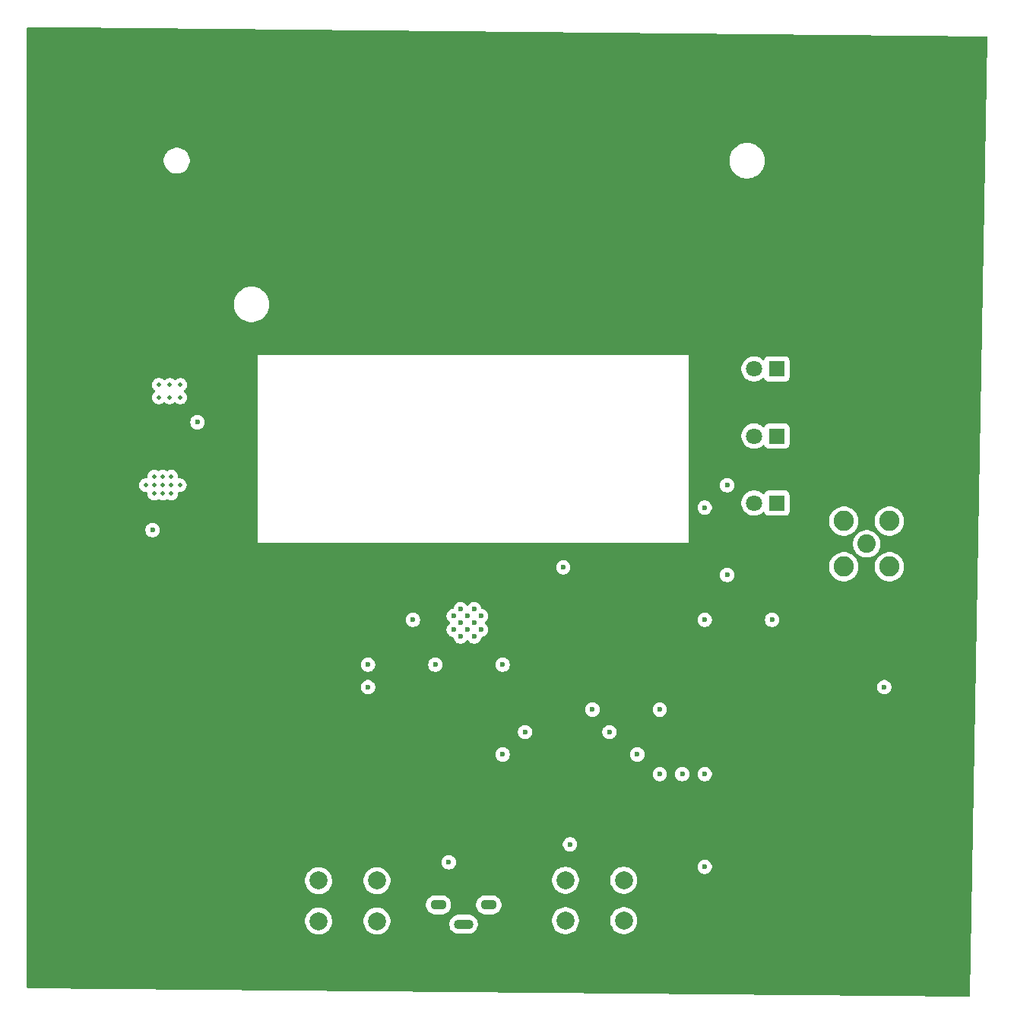
<source format=gbr>
%TF.GenerationSoftware,KiCad,Pcbnew,9.0.0*%
%TF.CreationDate,2025-07-02T16:13:02+05:30*%
%TF.ProjectId,ESP32 GPS + GSM Tracker,45535033-3220-4475-9053-202b2047534d,rev?*%
%TF.SameCoordinates,Original*%
%TF.FileFunction,Copper,L3,Inr*%
%TF.FilePolarity,Positive*%
%FSLAX46Y46*%
G04 Gerber Fmt 4.6, Leading zero omitted, Abs format (unit mm)*
G04 Created by KiCad (PCBNEW 9.0.0) date 2025-07-02 16:13:02*
%MOMM*%
%LPD*%
G01*
G04 APERTURE LIST*
%TA.AperFunction,ComponentPad*%
%ADD10R,1.800000X1.800000*%
%TD*%
%TA.AperFunction,ComponentPad*%
%ADD11C,1.800000*%
%TD*%
%TA.AperFunction,ComponentPad*%
%ADD12C,2.000000*%
%TD*%
%TA.AperFunction,HeatsinkPad*%
%ADD13C,0.600000*%
%TD*%
%TA.AperFunction,ComponentPad*%
%ADD14C,0.500000*%
%TD*%
%TA.AperFunction,HeatsinkPad*%
%ADD15O,1.800000X1.100000*%
%TD*%
%TA.AperFunction,HeatsinkPad*%
%ADD16O,2.200000X1.100000*%
%TD*%
%TA.AperFunction,HeatsinkPad*%
%ADD17C,0.500000*%
%TD*%
%TA.AperFunction,ComponentPad*%
%ADD18C,2.050000*%
%TD*%
%TA.AperFunction,ComponentPad*%
%ADD19C,2.250000*%
%TD*%
%TA.AperFunction,ViaPad*%
%ADD20C,0.600000*%
%TD*%
G04 APERTURE END LIST*
D10*
%TO.N,GND*%
%TO.C,D2*%
X150540000Y-74530000D03*
D11*
%TO.N,Net-(D2-A)*%
X148000000Y-74530000D03*
%TD*%
D12*
%TO.N,Net-(U1-IO25)*%
%TO.C,SW2*%
X127000000Y-124000000D03*
X133500000Y-124000000D03*
%TO.N,GND*%
X127000000Y-128500000D03*
X133500000Y-128500000D03*
%TD*%
D13*
%TO.N,GND*%
%TO.C,U1*%
X114545000Y-94577500D03*
X114545000Y-96102500D03*
X115307500Y-93815000D03*
X115307500Y-95340000D03*
X115307500Y-96865000D03*
X116070000Y-94577500D03*
X116070000Y-96102500D03*
X116832500Y-93815000D03*
X116832500Y-95340000D03*
X116832500Y-96865000D03*
X117595000Y-94577500D03*
X117595000Y-96102500D03*
%TD*%
D14*
%TO.N,GND*%
%TO.C,U7*%
X81195000Y-80950000D03*
X82145000Y-80950000D03*
X83095000Y-80950000D03*
X80245000Y-80000000D03*
X81195000Y-80000000D03*
X82145000Y-80000000D03*
X83095000Y-80000000D03*
X84045000Y-80000000D03*
X81195000Y-79050000D03*
X82145000Y-79050000D03*
X83095000Y-79050000D03*
%TD*%
D12*
%TO.N,Net-(U1-IO26)*%
%TO.C,SW3*%
X99500000Y-124050000D03*
X106000000Y-124050000D03*
%TO.N,GND*%
X99500000Y-128550000D03*
X106000000Y-128550000D03*
%TD*%
D10*
%TO.N,GND*%
%TO.C,D3*%
X150540000Y-67060000D03*
D11*
%TO.N,Net-(D3-A)*%
X148000000Y-67060000D03*
%TD*%
D15*
%TO.N,unconnected-(J1-Shield-Pad6)_1*%
%TO.C,J1*%
X112850000Y-126750000D03*
D16*
%TO.N,unconnected-(J1-Shield-Pad6)*%
X115650000Y-128900000D03*
D15*
%TO.N,unconnected-(J1-Shield-Pad6)_2*%
X118450000Y-126750000D03*
%TD*%
D10*
%TO.N,GND*%
%TO.C,D1*%
X150540000Y-82000000D03*
D11*
%TO.N,Net-(D1-A)*%
X148000000Y-82000000D03*
%TD*%
D17*
%TO.N,unconnected-(U4-EPAD-Pad9)_2*%
%TO.C,U4*%
X81705000Y-70225000D03*
%TO.N,unconnected-(U4-EPAD-Pad9)_3*%
X82905000Y-70225000D03*
%TO.N,unconnected-(U4-EPAD-Pad9)*%
X84105000Y-70225000D03*
%TO.N,unconnected-(U4-EPAD-Pad9)_6*%
X81705000Y-68825000D03*
%TO.N,unconnected-(U4-EPAD-Pad9)_4*%
X82905000Y-68825000D03*
%TO.N,unconnected-(U4-EPAD-Pad9)_1*%
X84105000Y-68825000D03*
%TD*%
D18*
%TO.N,Net-(J2-In)*%
%TO.C,J2*%
X160540000Y-86540000D03*
D19*
%TO.N,GND*%
X163080000Y-84000000D03*
X158000000Y-84000000D03*
X163080000Y-89080000D03*
X158000000Y-89080000D03*
%TD*%
D20*
%TO.N,GND*%
X110000000Y-95000000D03*
X81000000Y-85000000D03*
X112500000Y-100000000D03*
X140000000Y-112176000D03*
X142500000Y-122500000D03*
%TO.N,/3.3V*%
X122500000Y-107500000D03*
X120000000Y-110000000D03*
%TO.N,/4V*%
X125049000Y-107500000D03*
X130000000Y-100000000D03*
X132500000Y-95000000D03*
X112500000Y-112500000D03*
X127500000Y-97500000D03*
%TO.N,Net-(D1-A)*%
X142500000Y-82500000D03*
X126750000Y-89148529D03*
%TO.N,Net-(J1-VBUS)*%
X114000000Y-122000000D03*
X86000000Y-73000000D03*
%TO.N,Net-(J2-In)*%
X145000000Y-90000000D03*
%TO.N,Net-(U2-UART1_RXD)*%
X142500000Y-112176000D03*
X137500000Y-112176000D03*
X131900000Y-107500000D03*
X135000000Y-110000000D03*
%TO.N,Net-(U1-IO27)*%
X120000000Y-100000000D03*
X130000000Y-105000000D03*
%TO.N,Net-(U2-NETLIGHT)*%
X162500000Y-102500000D03*
X137500000Y-105000000D03*
%TO.N,Net-(U2-~{PWRKEY})*%
X142500000Y-95000000D03*
X145000000Y-80000000D03*
%TO.N,Net-(U1-IO25)*%
X105000000Y-100000000D03*
%TO.N,Net-(U1-IO26)*%
X105000000Y-102500000D03*
%TO.N,Net-(U1-IO13)*%
X150000000Y-95000000D03*
X127500000Y-120000000D03*
%TD*%
%TA.AperFunction,Conductor*%
%TO.N,/4V*%
G36*
X71000618Y-29000006D02*
G01*
X173874888Y-29998785D01*
X173941732Y-30019119D01*
X173986972Y-30072365D01*
X173997661Y-30125096D01*
X172002296Y-136877152D01*
X171981362Y-136943812D01*
X171927713Y-136988572D01*
X171877137Y-136998829D01*
X67122819Y-136001169D01*
X67055970Y-135980847D01*
X67010720Y-135927610D01*
X67000000Y-135877175D01*
X67000000Y-128431902D01*
X97999500Y-128431902D01*
X97999500Y-128668097D01*
X98036446Y-128901368D01*
X98109433Y-129125996D01*
X98216657Y-129336433D01*
X98355483Y-129527510D01*
X98522490Y-129694517D01*
X98713567Y-129833343D01*
X98812991Y-129884002D01*
X98924003Y-129940566D01*
X98924005Y-129940566D01*
X98924008Y-129940568D01*
X99044412Y-129979689D01*
X99148631Y-130013553D01*
X99381903Y-130050500D01*
X99381908Y-130050500D01*
X99618097Y-130050500D01*
X99851368Y-130013553D01*
X100075992Y-129940568D01*
X100286433Y-129833343D01*
X100477510Y-129694517D01*
X100644517Y-129527510D01*
X100783343Y-129336433D01*
X100890568Y-129125992D01*
X100963553Y-128901368D01*
X100980158Y-128796530D01*
X101000500Y-128668097D01*
X101000500Y-128431902D01*
X104499500Y-128431902D01*
X104499500Y-128668097D01*
X104536446Y-128901368D01*
X104609433Y-129125996D01*
X104716657Y-129336433D01*
X104855483Y-129527510D01*
X105022490Y-129694517D01*
X105213567Y-129833343D01*
X105312991Y-129884002D01*
X105424003Y-129940566D01*
X105424005Y-129940566D01*
X105424008Y-129940568D01*
X105544412Y-129979689D01*
X105648631Y-130013553D01*
X105881903Y-130050500D01*
X105881908Y-130050500D01*
X106118097Y-130050500D01*
X106351368Y-130013553D01*
X106575992Y-129940568D01*
X106786433Y-129833343D01*
X106977510Y-129694517D01*
X107144517Y-129527510D01*
X107283343Y-129336433D01*
X107390568Y-129125992D01*
X107463553Y-128901368D01*
X107480158Y-128796530D01*
X114049500Y-128796530D01*
X114049500Y-129003469D01*
X114089868Y-129206412D01*
X114089870Y-129206420D01*
X114169058Y-129397596D01*
X114284024Y-129569657D01*
X114430342Y-129715975D01*
X114430345Y-129715977D01*
X114602402Y-129830941D01*
X114793580Y-129910130D01*
X114996530Y-129950499D01*
X114996534Y-129950500D01*
X114996535Y-129950500D01*
X116303466Y-129950500D01*
X116303467Y-129950499D01*
X116506420Y-129910130D01*
X116697598Y-129830941D01*
X116869655Y-129715977D01*
X117015977Y-129569655D01*
X117130941Y-129397598D01*
X117210130Y-129206420D01*
X117250500Y-129003465D01*
X117250500Y-128796535D01*
X117210130Y-128593580D01*
X117143163Y-128431908D01*
X117140090Y-128424489D01*
X117130942Y-128402403D01*
X117117244Y-128381902D01*
X125499500Y-128381902D01*
X125499500Y-128618097D01*
X125536446Y-128851368D01*
X125609433Y-129075996D01*
X125634910Y-129125996D01*
X125716657Y-129286433D01*
X125855483Y-129477510D01*
X126022490Y-129644517D01*
X126213567Y-129783343D01*
X126306983Y-129830941D01*
X126424003Y-129890566D01*
X126424005Y-129890566D01*
X126424008Y-129890568D01*
X126484217Y-129910131D01*
X126648631Y-129963553D01*
X126881903Y-130000500D01*
X126881908Y-130000500D01*
X127118097Y-130000500D01*
X127351368Y-129963553D01*
X127575992Y-129890568D01*
X127786433Y-129783343D01*
X127977510Y-129644517D01*
X128144517Y-129477510D01*
X128283343Y-129286433D01*
X128390568Y-129075992D01*
X128463553Y-128851368D01*
X128472238Y-128796534D01*
X128500500Y-128618097D01*
X128500500Y-128381902D01*
X131999500Y-128381902D01*
X131999500Y-128618097D01*
X132036446Y-128851368D01*
X132109433Y-129075996D01*
X132134910Y-129125996D01*
X132216657Y-129286433D01*
X132355483Y-129477510D01*
X132522490Y-129644517D01*
X132713567Y-129783343D01*
X132806983Y-129830941D01*
X132924003Y-129890566D01*
X132924005Y-129890566D01*
X132924008Y-129890568D01*
X132984217Y-129910131D01*
X133148631Y-129963553D01*
X133381903Y-130000500D01*
X133381908Y-130000500D01*
X133618097Y-130000500D01*
X133851368Y-129963553D01*
X134075992Y-129890568D01*
X134286433Y-129783343D01*
X134477510Y-129644517D01*
X134644517Y-129477510D01*
X134783343Y-129286433D01*
X134890568Y-129075992D01*
X134963553Y-128851368D01*
X134972238Y-128796534D01*
X135000500Y-128618097D01*
X135000500Y-128381902D01*
X134963553Y-128148631D01*
X134905206Y-127969059D01*
X134890568Y-127924008D01*
X134890566Y-127924005D01*
X134890566Y-127924003D01*
X134834002Y-127812991D01*
X134783343Y-127713567D01*
X134644517Y-127522490D01*
X134477510Y-127355483D01*
X134286433Y-127216657D01*
X134075996Y-127109433D01*
X133851368Y-127036446D01*
X133618097Y-126999500D01*
X133618092Y-126999500D01*
X133381908Y-126999500D01*
X133381903Y-126999500D01*
X133148631Y-127036446D01*
X132924003Y-127109433D01*
X132713566Y-127216657D01*
X132670983Y-127247596D01*
X132522490Y-127355483D01*
X132522488Y-127355485D01*
X132522487Y-127355485D01*
X132355485Y-127522487D01*
X132355485Y-127522488D01*
X132355483Y-127522490D01*
X132323889Y-127565975D01*
X132216657Y-127713566D01*
X132109433Y-127924003D01*
X132036446Y-128148631D01*
X131999500Y-128381902D01*
X128500500Y-128381902D01*
X128463553Y-128148631D01*
X128405206Y-127969059D01*
X128390568Y-127924008D01*
X128390566Y-127924005D01*
X128390566Y-127924003D01*
X128334002Y-127812991D01*
X128283343Y-127713567D01*
X128144517Y-127522490D01*
X127977510Y-127355483D01*
X127786433Y-127216657D01*
X127575996Y-127109433D01*
X127351368Y-127036446D01*
X127118097Y-126999500D01*
X127118092Y-126999500D01*
X126881908Y-126999500D01*
X126881903Y-126999500D01*
X126648631Y-127036446D01*
X126424003Y-127109433D01*
X126213566Y-127216657D01*
X126170983Y-127247596D01*
X126022490Y-127355483D01*
X126022488Y-127355485D01*
X126022487Y-127355485D01*
X125855485Y-127522487D01*
X125855485Y-127522488D01*
X125855483Y-127522490D01*
X125823889Y-127565975D01*
X125716657Y-127713566D01*
X125609433Y-127924003D01*
X125536446Y-128148631D01*
X125499500Y-128381902D01*
X117117244Y-128381902D01*
X117015975Y-128230342D01*
X116869657Y-128084024D01*
X116783626Y-128026541D01*
X116697598Y-127969059D01*
X116506420Y-127889870D01*
X116506412Y-127889868D01*
X116303469Y-127849500D01*
X116303465Y-127849500D01*
X114996535Y-127849500D01*
X114996530Y-127849500D01*
X114793587Y-127889868D01*
X114793579Y-127889870D01*
X114602403Y-127969058D01*
X114430342Y-128084024D01*
X114284024Y-128230342D01*
X114169058Y-128402403D01*
X114089870Y-128593579D01*
X114089868Y-128593587D01*
X114049500Y-128796530D01*
X107480158Y-128796530D01*
X107484195Y-128771044D01*
X107484195Y-128771043D01*
X107500500Y-128668097D01*
X107500500Y-128431902D01*
X107463553Y-128198631D01*
X107390566Y-127974003D01*
X107302161Y-127800500D01*
X107283343Y-127763567D01*
X107144517Y-127572490D01*
X106977510Y-127405483D01*
X106786433Y-127266657D01*
X106749024Y-127247596D01*
X106575996Y-127159433D01*
X106351368Y-127086446D01*
X106118097Y-127049500D01*
X106118092Y-127049500D01*
X105881908Y-127049500D01*
X105881903Y-127049500D01*
X105648631Y-127086446D01*
X105424003Y-127159433D01*
X105213566Y-127266657D01*
X105104550Y-127345862D01*
X105022490Y-127405483D01*
X105022488Y-127405485D01*
X105022487Y-127405485D01*
X104855485Y-127572487D01*
X104855485Y-127572488D01*
X104855483Y-127572490D01*
X104795862Y-127654550D01*
X104716657Y-127763566D01*
X104609433Y-127974003D01*
X104536446Y-128198631D01*
X104499500Y-128431902D01*
X101000500Y-128431902D01*
X100963553Y-128198631D01*
X100890566Y-127974003D01*
X100802161Y-127800500D01*
X100783343Y-127763567D01*
X100644517Y-127572490D01*
X100477510Y-127405483D01*
X100286433Y-127266657D01*
X100249024Y-127247596D01*
X100075996Y-127159433D01*
X99851368Y-127086446D01*
X99618097Y-127049500D01*
X99618092Y-127049500D01*
X99381908Y-127049500D01*
X99381903Y-127049500D01*
X99148631Y-127086446D01*
X98924003Y-127159433D01*
X98713566Y-127266657D01*
X98604550Y-127345862D01*
X98522490Y-127405483D01*
X98522488Y-127405485D01*
X98522487Y-127405485D01*
X98355485Y-127572487D01*
X98355485Y-127572488D01*
X98355483Y-127572490D01*
X98295862Y-127654550D01*
X98216657Y-127763566D01*
X98109433Y-127974003D01*
X98036446Y-128198631D01*
X97999500Y-128431902D01*
X67000000Y-128431902D01*
X67000000Y-126646530D01*
X111449500Y-126646530D01*
X111449500Y-126853469D01*
X111489868Y-127056412D01*
X111489870Y-127056420D01*
X111569058Y-127247596D01*
X111684024Y-127419657D01*
X111830342Y-127565975D01*
X111830345Y-127565977D01*
X112002402Y-127680941D01*
X112193580Y-127760130D01*
X112396530Y-127800499D01*
X112396534Y-127800500D01*
X112396535Y-127800500D01*
X113303466Y-127800500D01*
X113303467Y-127800499D01*
X113506420Y-127760130D01*
X113697598Y-127680941D01*
X113869655Y-127565977D01*
X114015977Y-127419655D01*
X114130941Y-127247598D01*
X114210130Y-127056420D01*
X114250500Y-126853465D01*
X114250500Y-126646535D01*
X114250499Y-126646530D01*
X117049500Y-126646530D01*
X117049500Y-126853469D01*
X117089868Y-127056412D01*
X117089870Y-127056420D01*
X117169058Y-127247596D01*
X117284024Y-127419657D01*
X117430342Y-127565975D01*
X117430345Y-127565977D01*
X117602402Y-127680941D01*
X117793580Y-127760130D01*
X117996530Y-127800499D01*
X117996534Y-127800500D01*
X117996535Y-127800500D01*
X118903466Y-127800500D01*
X118903467Y-127800499D01*
X119106420Y-127760130D01*
X119297598Y-127680941D01*
X119469655Y-127565977D01*
X119615977Y-127419655D01*
X119730941Y-127247598D01*
X119810130Y-127056420D01*
X119850500Y-126853465D01*
X119850500Y-126646535D01*
X119810130Y-126443580D01*
X119730941Y-126252402D01*
X119615977Y-126080345D01*
X119615975Y-126080342D01*
X119469657Y-125934024D01*
X119383626Y-125876541D01*
X119297598Y-125819059D01*
X119106420Y-125739870D01*
X119106412Y-125739868D01*
X118903469Y-125699500D01*
X118903465Y-125699500D01*
X117996535Y-125699500D01*
X117996530Y-125699500D01*
X117793587Y-125739868D01*
X117793579Y-125739870D01*
X117602403Y-125819058D01*
X117430342Y-125934024D01*
X117284024Y-126080342D01*
X117169058Y-126252403D01*
X117089870Y-126443579D01*
X117089868Y-126443587D01*
X117049500Y-126646530D01*
X114250499Y-126646530D01*
X114210130Y-126443580D01*
X114130941Y-126252402D01*
X114015977Y-126080345D01*
X114015975Y-126080342D01*
X113869657Y-125934024D01*
X113783626Y-125876541D01*
X113697598Y-125819059D01*
X113506420Y-125739870D01*
X113506412Y-125739868D01*
X113303469Y-125699500D01*
X113303465Y-125699500D01*
X112396535Y-125699500D01*
X112396530Y-125699500D01*
X112193587Y-125739868D01*
X112193579Y-125739870D01*
X112002403Y-125819058D01*
X111830342Y-125934024D01*
X111684024Y-126080342D01*
X111569058Y-126252403D01*
X111489870Y-126443579D01*
X111489868Y-126443587D01*
X111449500Y-126646530D01*
X67000000Y-126646530D01*
X67000000Y-123931902D01*
X97999500Y-123931902D01*
X97999500Y-124168097D01*
X98036446Y-124401368D01*
X98109433Y-124625996D01*
X98216657Y-124836433D01*
X98355483Y-125027510D01*
X98522490Y-125194517D01*
X98713567Y-125333343D01*
X98812991Y-125384002D01*
X98924003Y-125440566D01*
X98924005Y-125440566D01*
X98924008Y-125440568D01*
X99044412Y-125479689D01*
X99148631Y-125513553D01*
X99381903Y-125550500D01*
X99381908Y-125550500D01*
X99618097Y-125550500D01*
X99851368Y-125513553D01*
X100075992Y-125440568D01*
X100286433Y-125333343D01*
X100477510Y-125194517D01*
X100644517Y-125027510D01*
X100783343Y-124836433D01*
X100890568Y-124625992D01*
X100963553Y-124401368D01*
X100971472Y-124351368D01*
X101000500Y-124168097D01*
X101000500Y-123931902D01*
X104499500Y-123931902D01*
X104499500Y-124168097D01*
X104536446Y-124401368D01*
X104609433Y-124625996D01*
X104716657Y-124836433D01*
X104855483Y-125027510D01*
X105022490Y-125194517D01*
X105213567Y-125333343D01*
X105312991Y-125384002D01*
X105424003Y-125440566D01*
X105424005Y-125440566D01*
X105424008Y-125440568D01*
X105544412Y-125479689D01*
X105648631Y-125513553D01*
X105881903Y-125550500D01*
X105881908Y-125550500D01*
X106118097Y-125550500D01*
X106351368Y-125513553D01*
X106575992Y-125440568D01*
X106786433Y-125333343D01*
X106977510Y-125194517D01*
X107144517Y-125027510D01*
X107283343Y-124836433D01*
X107390568Y-124625992D01*
X107463553Y-124401368D01*
X107471472Y-124351368D01*
X107500500Y-124168097D01*
X107500500Y-123931903D01*
X107494882Y-123896435D01*
X107494882Y-123896434D01*
X107492580Y-123881902D01*
X125499500Y-123881902D01*
X125499500Y-124118097D01*
X125536446Y-124351368D01*
X125609433Y-124575996D01*
X125634910Y-124625996D01*
X125716657Y-124786433D01*
X125855483Y-124977510D01*
X126022490Y-125144517D01*
X126213567Y-125283343D01*
X126311696Y-125333342D01*
X126424003Y-125390566D01*
X126424005Y-125390566D01*
X126424008Y-125390568D01*
X126544412Y-125429689D01*
X126648631Y-125463553D01*
X126881903Y-125500500D01*
X126881908Y-125500500D01*
X127118097Y-125500500D01*
X127351368Y-125463553D01*
X127422114Y-125440566D01*
X127575992Y-125390568D01*
X127786433Y-125283343D01*
X127977510Y-125144517D01*
X128144517Y-124977510D01*
X128283343Y-124786433D01*
X128390568Y-124575992D01*
X128463553Y-124351368D01*
X128500500Y-124118097D01*
X128500500Y-123881902D01*
X131999500Y-123881902D01*
X131999500Y-124118097D01*
X132036446Y-124351368D01*
X132109433Y-124575996D01*
X132134910Y-124625996D01*
X132216657Y-124786433D01*
X132355483Y-124977510D01*
X132522490Y-125144517D01*
X132713567Y-125283343D01*
X132811696Y-125333342D01*
X132924003Y-125390566D01*
X132924005Y-125390566D01*
X132924008Y-125390568D01*
X133044412Y-125429689D01*
X133148631Y-125463553D01*
X133381903Y-125500500D01*
X133381908Y-125500500D01*
X133618097Y-125500500D01*
X133851368Y-125463553D01*
X133922114Y-125440566D01*
X134075992Y-125390568D01*
X134286433Y-125283343D01*
X134477510Y-125144517D01*
X134644517Y-124977510D01*
X134783343Y-124786433D01*
X134890568Y-124575992D01*
X134963553Y-124351368D01*
X135000500Y-124118097D01*
X135000500Y-123881902D01*
X134963553Y-123648631D01*
X134890566Y-123424003D01*
X134834002Y-123312991D01*
X134783343Y-123213567D01*
X134644517Y-123022490D01*
X134477510Y-122855483D01*
X134286433Y-122716657D01*
X134075996Y-122609433D01*
X133851368Y-122536446D01*
X133618097Y-122499500D01*
X133618092Y-122499500D01*
X133381908Y-122499500D01*
X133381903Y-122499500D01*
X133148631Y-122536446D01*
X132924003Y-122609433D01*
X132713566Y-122716657D01*
X132640509Y-122769737D01*
X132522490Y-122855483D01*
X132522488Y-122855485D01*
X132522487Y-122855485D01*
X132355485Y-123022487D01*
X132355485Y-123022488D01*
X132355483Y-123022490D01*
X132319158Y-123072487D01*
X132216657Y-123213566D01*
X132109433Y-123424003D01*
X132036446Y-123648631D01*
X131999500Y-123881902D01*
X128500500Y-123881902D01*
X128463553Y-123648631D01*
X128390566Y-123424003D01*
X128334002Y-123312991D01*
X128283343Y-123213567D01*
X128144517Y-123022490D01*
X127977510Y-122855483D01*
X127786433Y-122716657D01*
X127575996Y-122609433D01*
X127351368Y-122536446D01*
X127118097Y-122499500D01*
X127118092Y-122499500D01*
X126881908Y-122499500D01*
X126881903Y-122499500D01*
X126648631Y-122536446D01*
X126424003Y-122609433D01*
X126213566Y-122716657D01*
X126140509Y-122769737D01*
X126022490Y-122855483D01*
X126022488Y-122855485D01*
X126022487Y-122855485D01*
X125855485Y-123022487D01*
X125855485Y-123022488D01*
X125855483Y-123022490D01*
X125819158Y-123072487D01*
X125716657Y-123213566D01*
X125609433Y-123424003D01*
X125536446Y-123648631D01*
X125499500Y-123881902D01*
X107492580Y-123881902D01*
X107463553Y-123698631D01*
X107390566Y-123474003D01*
X107302161Y-123300500D01*
X107283343Y-123263567D01*
X107144517Y-123072490D01*
X106977510Y-122905483D01*
X106786433Y-122766657D01*
X106721353Y-122733497D01*
X106575996Y-122659433D01*
X106351368Y-122586446D01*
X106118097Y-122549500D01*
X106118092Y-122549500D01*
X105881908Y-122549500D01*
X105881903Y-122549500D01*
X105648631Y-122586446D01*
X105424003Y-122659433D01*
X105213566Y-122766657D01*
X105166986Y-122800500D01*
X105022490Y-122905483D01*
X105022488Y-122905485D01*
X105022487Y-122905485D01*
X104855485Y-123072487D01*
X104855485Y-123072488D01*
X104855483Y-123072490D01*
X104819667Y-123121786D01*
X104716657Y-123263566D01*
X104609433Y-123474003D01*
X104536446Y-123698631D01*
X104499500Y-123931902D01*
X101000500Y-123931902D01*
X100963553Y-123698631D01*
X100890566Y-123474003D01*
X100802161Y-123300500D01*
X100783343Y-123263567D01*
X100644517Y-123072490D01*
X100477510Y-122905483D01*
X100286433Y-122766657D01*
X100221353Y-122733497D01*
X100075996Y-122659433D01*
X99851368Y-122586446D01*
X99618097Y-122549500D01*
X99618092Y-122549500D01*
X99381908Y-122549500D01*
X99381903Y-122549500D01*
X99148631Y-122586446D01*
X98924003Y-122659433D01*
X98713566Y-122766657D01*
X98666986Y-122800500D01*
X98522490Y-122905483D01*
X98522488Y-122905485D01*
X98522487Y-122905485D01*
X98355485Y-123072487D01*
X98355485Y-123072488D01*
X98355483Y-123072490D01*
X98319667Y-123121786D01*
X98216657Y-123263566D01*
X98109433Y-123474003D01*
X98036446Y-123698631D01*
X97999500Y-123931902D01*
X67000000Y-123931902D01*
X67000000Y-121921153D01*
X113199500Y-121921153D01*
X113199500Y-122078846D01*
X113230261Y-122233489D01*
X113230264Y-122233501D01*
X113290602Y-122379172D01*
X113290609Y-122379185D01*
X113378210Y-122510288D01*
X113378213Y-122510292D01*
X113489707Y-122621786D01*
X113489711Y-122621789D01*
X113620814Y-122709390D01*
X113620827Y-122709397D01*
X113759067Y-122766657D01*
X113766503Y-122769737D01*
X113921153Y-122800499D01*
X113921156Y-122800500D01*
X113921158Y-122800500D01*
X114078844Y-122800500D01*
X114078845Y-122800499D01*
X114233497Y-122769737D01*
X114346166Y-122723067D01*
X114379172Y-122709397D01*
X114379172Y-122709396D01*
X114379179Y-122709394D01*
X114510289Y-122621789D01*
X114621789Y-122510289D01*
X114681348Y-122421153D01*
X141699500Y-122421153D01*
X141699500Y-122578846D01*
X141730261Y-122733489D01*
X141730264Y-122733501D01*
X141790602Y-122879172D01*
X141790609Y-122879185D01*
X141878210Y-123010288D01*
X141878213Y-123010292D01*
X141989707Y-123121786D01*
X141989711Y-123121789D01*
X142120814Y-123209390D01*
X142120827Y-123209397D01*
X142251607Y-123263567D01*
X142266503Y-123269737D01*
X142421153Y-123300499D01*
X142421156Y-123300500D01*
X142421158Y-123300500D01*
X142578844Y-123300500D01*
X142578845Y-123300499D01*
X142733497Y-123269737D01*
X142846166Y-123223067D01*
X142879172Y-123209397D01*
X142879172Y-123209396D01*
X142879179Y-123209394D01*
X143010289Y-123121789D01*
X143121789Y-123010289D01*
X143209394Y-122879179D01*
X143269737Y-122733497D01*
X143300500Y-122578842D01*
X143300500Y-122421158D01*
X143300500Y-122421155D01*
X143300499Y-122421153D01*
X143269738Y-122266510D01*
X143269737Y-122266503D01*
X143256062Y-122233489D01*
X143209397Y-122120827D01*
X143209390Y-122120814D01*
X143121789Y-121989711D01*
X143121786Y-121989707D01*
X143010292Y-121878213D01*
X143010288Y-121878210D01*
X142879185Y-121790609D01*
X142879172Y-121790602D01*
X142733501Y-121730264D01*
X142733489Y-121730261D01*
X142578845Y-121699500D01*
X142578842Y-121699500D01*
X142421158Y-121699500D01*
X142421155Y-121699500D01*
X142266510Y-121730261D01*
X142266498Y-121730264D01*
X142120827Y-121790602D01*
X142120814Y-121790609D01*
X141989711Y-121878210D01*
X141989707Y-121878213D01*
X141878213Y-121989707D01*
X141878210Y-121989711D01*
X141790609Y-122120814D01*
X141790602Y-122120827D01*
X141730264Y-122266498D01*
X141730261Y-122266510D01*
X141699500Y-122421153D01*
X114681348Y-122421153D01*
X114709394Y-122379179D01*
X114769737Y-122233497D01*
X114800500Y-122078842D01*
X114800500Y-121921158D01*
X114800500Y-121921155D01*
X114800499Y-121921153D01*
X114774531Y-121790606D01*
X114769737Y-121766503D01*
X114769735Y-121766498D01*
X114709397Y-121620827D01*
X114709390Y-121620814D01*
X114621789Y-121489711D01*
X114621786Y-121489707D01*
X114510292Y-121378213D01*
X114510288Y-121378210D01*
X114379185Y-121290609D01*
X114379172Y-121290602D01*
X114233501Y-121230264D01*
X114233489Y-121230261D01*
X114078845Y-121199500D01*
X114078842Y-121199500D01*
X113921158Y-121199500D01*
X113921155Y-121199500D01*
X113766510Y-121230261D01*
X113766498Y-121230264D01*
X113620827Y-121290602D01*
X113620814Y-121290609D01*
X113489711Y-121378210D01*
X113489707Y-121378213D01*
X113378213Y-121489707D01*
X113378210Y-121489711D01*
X113290609Y-121620814D01*
X113290602Y-121620827D01*
X113230264Y-121766498D01*
X113230261Y-121766510D01*
X113199500Y-121921153D01*
X67000000Y-121921153D01*
X67000000Y-119921153D01*
X126699500Y-119921153D01*
X126699500Y-120078846D01*
X126730261Y-120233489D01*
X126730264Y-120233501D01*
X126790602Y-120379172D01*
X126790609Y-120379185D01*
X126878210Y-120510288D01*
X126878213Y-120510292D01*
X126989707Y-120621786D01*
X126989711Y-120621789D01*
X127120814Y-120709390D01*
X127120827Y-120709397D01*
X127266498Y-120769735D01*
X127266503Y-120769737D01*
X127421153Y-120800499D01*
X127421156Y-120800500D01*
X127421158Y-120800500D01*
X127578844Y-120800500D01*
X127578845Y-120800499D01*
X127733497Y-120769737D01*
X127879179Y-120709394D01*
X128010289Y-120621789D01*
X128121789Y-120510289D01*
X128209394Y-120379179D01*
X128269737Y-120233497D01*
X128300500Y-120078842D01*
X128300500Y-119921158D01*
X128300500Y-119921155D01*
X128300499Y-119921153D01*
X128269738Y-119766510D01*
X128269737Y-119766503D01*
X128269735Y-119766498D01*
X128209397Y-119620827D01*
X128209390Y-119620814D01*
X128121789Y-119489711D01*
X128121786Y-119489707D01*
X128010292Y-119378213D01*
X128010288Y-119378210D01*
X127879185Y-119290609D01*
X127879172Y-119290602D01*
X127733501Y-119230264D01*
X127733489Y-119230261D01*
X127578845Y-119199500D01*
X127578842Y-119199500D01*
X127421158Y-119199500D01*
X127421155Y-119199500D01*
X127266510Y-119230261D01*
X127266498Y-119230264D01*
X127120827Y-119290602D01*
X127120814Y-119290609D01*
X126989711Y-119378210D01*
X126989707Y-119378213D01*
X126878213Y-119489707D01*
X126878210Y-119489711D01*
X126790609Y-119620814D01*
X126790602Y-119620827D01*
X126730264Y-119766498D01*
X126730261Y-119766510D01*
X126699500Y-119921153D01*
X67000000Y-119921153D01*
X67000000Y-112097153D01*
X136699500Y-112097153D01*
X136699500Y-112254846D01*
X136730261Y-112409489D01*
X136730264Y-112409501D01*
X136790602Y-112555172D01*
X136790609Y-112555185D01*
X136878210Y-112686288D01*
X136878213Y-112686292D01*
X136989707Y-112797786D01*
X136989711Y-112797789D01*
X137120814Y-112885390D01*
X137120827Y-112885397D01*
X137266498Y-112945735D01*
X137266503Y-112945737D01*
X137421153Y-112976499D01*
X137421156Y-112976500D01*
X137421158Y-112976500D01*
X137578844Y-112976500D01*
X137578845Y-112976499D01*
X137733497Y-112945737D01*
X137879179Y-112885394D01*
X138010289Y-112797789D01*
X138121789Y-112686289D01*
X138209394Y-112555179D01*
X138269737Y-112409497D01*
X138300500Y-112254842D01*
X138300500Y-112097158D01*
X138300500Y-112097155D01*
X138300499Y-112097153D01*
X139199500Y-112097153D01*
X139199500Y-112254846D01*
X139230261Y-112409489D01*
X139230264Y-112409501D01*
X139290602Y-112555172D01*
X139290609Y-112555185D01*
X139378210Y-112686288D01*
X139378213Y-112686292D01*
X139489707Y-112797786D01*
X139489711Y-112797789D01*
X139620814Y-112885390D01*
X139620827Y-112885397D01*
X139766498Y-112945735D01*
X139766503Y-112945737D01*
X139921153Y-112976499D01*
X139921156Y-112976500D01*
X139921158Y-112976500D01*
X140078844Y-112976500D01*
X140078845Y-112976499D01*
X140233497Y-112945737D01*
X140379179Y-112885394D01*
X140510289Y-112797789D01*
X140621789Y-112686289D01*
X140709394Y-112555179D01*
X140769737Y-112409497D01*
X140800500Y-112254842D01*
X140800500Y-112097158D01*
X140800500Y-112097155D01*
X140800499Y-112097153D01*
X141699500Y-112097153D01*
X141699500Y-112254846D01*
X141730261Y-112409489D01*
X141730264Y-112409501D01*
X141790602Y-112555172D01*
X141790609Y-112555185D01*
X141878210Y-112686288D01*
X141878213Y-112686292D01*
X141989707Y-112797786D01*
X141989711Y-112797789D01*
X142120814Y-112885390D01*
X142120827Y-112885397D01*
X142266498Y-112945735D01*
X142266503Y-112945737D01*
X142421153Y-112976499D01*
X142421156Y-112976500D01*
X142421158Y-112976500D01*
X142578844Y-112976500D01*
X142578845Y-112976499D01*
X142733497Y-112945737D01*
X142879179Y-112885394D01*
X143010289Y-112797789D01*
X143121789Y-112686289D01*
X143209394Y-112555179D01*
X143269737Y-112409497D01*
X143300500Y-112254842D01*
X143300500Y-112097158D01*
X143300500Y-112097155D01*
X143300499Y-112097153D01*
X143269738Y-111942510D01*
X143269737Y-111942503D01*
X143269735Y-111942498D01*
X143209397Y-111796827D01*
X143209390Y-111796814D01*
X143121789Y-111665711D01*
X143121786Y-111665707D01*
X143010292Y-111554213D01*
X143010288Y-111554210D01*
X142879185Y-111466609D01*
X142879172Y-111466602D01*
X142733501Y-111406264D01*
X142733489Y-111406261D01*
X142578845Y-111375500D01*
X142578842Y-111375500D01*
X142421158Y-111375500D01*
X142421155Y-111375500D01*
X142266510Y-111406261D01*
X142266498Y-111406264D01*
X142120827Y-111466602D01*
X142120814Y-111466609D01*
X141989711Y-111554210D01*
X141989707Y-111554213D01*
X141878213Y-111665707D01*
X141878210Y-111665711D01*
X141790609Y-111796814D01*
X141790602Y-111796827D01*
X141730264Y-111942498D01*
X141730261Y-111942510D01*
X141699500Y-112097153D01*
X140800499Y-112097153D01*
X140769738Y-111942510D01*
X140769737Y-111942503D01*
X140769735Y-111942498D01*
X140709397Y-111796827D01*
X140709390Y-111796814D01*
X140621789Y-111665711D01*
X140621786Y-111665707D01*
X140510292Y-111554213D01*
X140510288Y-111554210D01*
X140379185Y-111466609D01*
X140379172Y-111466602D01*
X140233501Y-111406264D01*
X140233489Y-111406261D01*
X140078845Y-111375500D01*
X140078842Y-111375500D01*
X139921158Y-111375500D01*
X139921155Y-111375500D01*
X139766510Y-111406261D01*
X139766498Y-111406264D01*
X139620827Y-111466602D01*
X139620814Y-111466609D01*
X139489711Y-111554210D01*
X139489707Y-111554213D01*
X139378213Y-111665707D01*
X139378210Y-111665711D01*
X139290609Y-111796814D01*
X139290602Y-111796827D01*
X139230264Y-111942498D01*
X139230261Y-111942510D01*
X139199500Y-112097153D01*
X138300499Y-112097153D01*
X138269738Y-111942510D01*
X138269737Y-111942503D01*
X138269735Y-111942498D01*
X138209397Y-111796827D01*
X138209390Y-111796814D01*
X138121789Y-111665711D01*
X138121786Y-111665707D01*
X138010292Y-111554213D01*
X138010288Y-111554210D01*
X137879185Y-111466609D01*
X137879172Y-111466602D01*
X137733501Y-111406264D01*
X137733489Y-111406261D01*
X137578845Y-111375500D01*
X137578842Y-111375500D01*
X137421158Y-111375500D01*
X137421155Y-111375500D01*
X137266510Y-111406261D01*
X137266498Y-111406264D01*
X137120827Y-111466602D01*
X137120814Y-111466609D01*
X136989711Y-111554210D01*
X136989707Y-111554213D01*
X136878213Y-111665707D01*
X136878210Y-111665711D01*
X136790609Y-111796814D01*
X136790602Y-111796827D01*
X136730264Y-111942498D01*
X136730261Y-111942510D01*
X136699500Y-112097153D01*
X67000000Y-112097153D01*
X67000000Y-109921153D01*
X119199500Y-109921153D01*
X119199500Y-110078846D01*
X119230261Y-110233489D01*
X119230264Y-110233501D01*
X119290602Y-110379172D01*
X119290609Y-110379185D01*
X119378210Y-110510288D01*
X119378213Y-110510292D01*
X119489707Y-110621786D01*
X119489711Y-110621789D01*
X119620814Y-110709390D01*
X119620827Y-110709397D01*
X119766498Y-110769735D01*
X119766503Y-110769737D01*
X119921153Y-110800499D01*
X119921156Y-110800500D01*
X119921158Y-110800500D01*
X120078844Y-110800500D01*
X120078845Y-110800499D01*
X120233497Y-110769737D01*
X120379179Y-110709394D01*
X120510289Y-110621789D01*
X120621789Y-110510289D01*
X120709394Y-110379179D01*
X120769737Y-110233497D01*
X120800500Y-110078842D01*
X120800500Y-109921158D01*
X120800500Y-109921155D01*
X120800499Y-109921153D01*
X134199500Y-109921153D01*
X134199500Y-110078846D01*
X134230261Y-110233489D01*
X134230264Y-110233501D01*
X134290602Y-110379172D01*
X134290609Y-110379185D01*
X134378210Y-110510288D01*
X134378213Y-110510292D01*
X134489707Y-110621786D01*
X134489711Y-110621789D01*
X134620814Y-110709390D01*
X134620827Y-110709397D01*
X134766498Y-110769735D01*
X134766503Y-110769737D01*
X134921153Y-110800499D01*
X134921156Y-110800500D01*
X134921158Y-110800500D01*
X135078844Y-110800500D01*
X135078845Y-110800499D01*
X135233497Y-110769737D01*
X135379179Y-110709394D01*
X135510289Y-110621789D01*
X135621789Y-110510289D01*
X135709394Y-110379179D01*
X135769737Y-110233497D01*
X135800500Y-110078842D01*
X135800500Y-109921158D01*
X135800500Y-109921155D01*
X135800499Y-109921153D01*
X135769738Y-109766510D01*
X135769737Y-109766503D01*
X135769735Y-109766498D01*
X135709397Y-109620827D01*
X135709390Y-109620814D01*
X135621789Y-109489711D01*
X135621786Y-109489707D01*
X135510292Y-109378213D01*
X135510288Y-109378210D01*
X135379185Y-109290609D01*
X135379172Y-109290602D01*
X135233501Y-109230264D01*
X135233489Y-109230261D01*
X135078845Y-109199500D01*
X135078842Y-109199500D01*
X134921158Y-109199500D01*
X134921155Y-109199500D01*
X134766510Y-109230261D01*
X134766498Y-109230264D01*
X134620827Y-109290602D01*
X134620814Y-109290609D01*
X134489711Y-109378210D01*
X134489707Y-109378213D01*
X134378213Y-109489707D01*
X134378210Y-109489711D01*
X134290609Y-109620814D01*
X134290602Y-109620827D01*
X134230264Y-109766498D01*
X134230261Y-109766510D01*
X134199500Y-109921153D01*
X120800499Y-109921153D01*
X120769738Y-109766510D01*
X120769737Y-109766503D01*
X120769735Y-109766498D01*
X120709397Y-109620827D01*
X120709390Y-109620814D01*
X120621789Y-109489711D01*
X120621786Y-109489707D01*
X120510292Y-109378213D01*
X120510288Y-109378210D01*
X120379185Y-109290609D01*
X120379172Y-109290602D01*
X120233501Y-109230264D01*
X120233489Y-109230261D01*
X120078845Y-109199500D01*
X120078842Y-109199500D01*
X119921158Y-109199500D01*
X119921155Y-109199500D01*
X119766510Y-109230261D01*
X119766498Y-109230264D01*
X119620827Y-109290602D01*
X119620814Y-109290609D01*
X119489711Y-109378210D01*
X119489707Y-109378213D01*
X119378213Y-109489707D01*
X119378210Y-109489711D01*
X119290609Y-109620814D01*
X119290602Y-109620827D01*
X119230264Y-109766498D01*
X119230261Y-109766510D01*
X119199500Y-109921153D01*
X67000000Y-109921153D01*
X67000000Y-107421153D01*
X121699500Y-107421153D01*
X121699500Y-107578846D01*
X121730261Y-107733489D01*
X121730264Y-107733501D01*
X121790602Y-107879172D01*
X121790609Y-107879185D01*
X121878210Y-108010288D01*
X121878213Y-108010292D01*
X121989707Y-108121786D01*
X121989711Y-108121789D01*
X122120814Y-108209390D01*
X122120827Y-108209397D01*
X122266498Y-108269735D01*
X122266503Y-108269737D01*
X122421153Y-108300499D01*
X122421156Y-108300500D01*
X122421158Y-108300500D01*
X122578844Y-108300500D01*
X122578845Y-108300499D01*
X122733497Y-108269737D01*
X122879179Y-108209394D01*
X123010289Y-108121789D01*
X123121789Y-108010289D01*
X123209394Y-107879179D01*
X123269737Y-107733497D01*
X123300500Y-107578842D01*
X123300500Y-107421158D01*
X123300500Y-107421155D01*
X123300499Y-107421153D01*
X131099500Y-107421153D01*
X131099500Y-107578846D01*
X131130261Y-107733489D01*
X131130264Y-107733501D01*
X131190602Y-107879172D01*
X131190609Y-107879185D01*
X131278210Y-108010288D01*
X131278213Y-108010292D01*
X131389707Y-108121786D01*
X131389711Y-108121789D01*
X131520814Y-108209390D01*
X131520827Y-108209397D01*
X131666498Y-108269735D01*
X131666503Y-108269737D01*
X131821153Y-108300499D01*
X131821156Y-108300500D01*
X131821158Y-108300500D01*
X131978844Y-108300500D01*
X131978845Y-108300499D01*
X132133497Y-108269737D01*
X132279179Y-108209394D01*
X132410289Y-108121789D01*
X132521789Y-108010289D01*
X132609394Y-107879179D01*
X132669737Y-107733497D01*
X132700500Y-107578842D01*
X132700500Y-107421158D01*
X132700500Y-107421155D01*
X132700499Y-107421153D01*
X132669738Y-107266510D01*
X132669737Y-107266503D01*
X132669735Y-107266498D01*
X132609397Y-107120827D01*
X132609390Y-107120814D01*
X132521789Y-106989711D01*
X132521786Y-106989707D01*
X132410292Y-106878213D01*
X132410288Y-106878210D01*
X132279185Y-106790609D01*
X132279172Y-106790602D01*
X132133501Y-106730264D01*
X132133489Y-106730261D01*
X131978845Y-106699500D01*
X131978842Y-106699500D01*
X131821158Y-106699500D01*
X131821155Y-106699500D01*
X131666510Y-106730261D01*
X131666498Y-106730264D01*
X131520827Y-106790602D01*
X131520814Y-106790609D01*
X131389711Y-106878210D01*
X131389707Y-106878213D01*
X131278213Y-106989707D01*
X131278210Y-106989711D01*
X131190609Y-107120814D01*
X131190602Y-107120827D01*
X131130264Y-107266498D01*
X131130261Y-107266510D01*
X131099500Y-107421153D01*
X123300499Y-107421153D01*
X123269738Y-107266510D01*
X123269737Y-107266503D01*
X123269735Y-107266498D01*
X123209397Y-107120827D01*
X123209390Y-107120814D01*
X123121789Y-106989711D01*
X123121786Y-106989707D01*
X123010292Y-106878213D01*
X123010288Y-106878210D01*
X122879185Y-106790609D01*
X122879172Y-106790602D01*
X122733501Y-106730264D01*
X122733489Y-106730261D01*
X122578845Y-106699500D01*
X122578842Y-106699500D01*
X122421158Y-106699500D01*
X122421155Y-106699500D01*
X122266510Y-106730261D01*
X122266498Y-106730264D01*
X122120827Y-106790602D01*
X122120814Y-106790609D01*
X121989711Y-106878210D01*
X121989707Y-106878213D01*
X121878213Y-106989707D01*
X121878210Y-106989711D01*
X121790609Y-107120814D01*
X121790602Y-107120827D01*
X121730264Y-107266498D01*
X121730261Y-107266510D01*
X121699500Y-107421153D01*
X67000000Y-107421153D01*
X67000000Y-104921153D01*
X129199500Y-104921153D01*
X129199500Y-105078846D01*
X129230261Y-105233489D01*
X129230264Y-105233501D01*
X129290602Y-105379172D01*
X129290609Y-105379185D01*
X129378210Y-105510288D01*
X129378213Y-105510292D01*
X129489707Y-105621786D01*
X129489711Y-105621789D01*
X129620814Y-105709390D01*
X129620827Y-105709397D01*
X129766498Y-105769735D01*
X129766503Y-105769737D01*
X129921153Y-105800499D01*
X129921156Y-105800500D01*
X129921158Y-105800500D01*
X130078844Y-105800500D01*
X130078845Y-105800499D01*
X130233497Y-105769737D01*
X130379179Y-105709394D01*
X130510289Y-105621789D01*
X130621789Y-105510289D01*
X130709394Y-105379179D01*
X130769737Y-105233497D01*
X130800500Y-105078842D01*
X130800500Y-104921158D01*
X130800500Y-104921155D01*
X130800499Y-104921153D01*
X136699500Y-104921153D01*
X136699500Y-105078846D01*
X136730261Y-105233489D01*
X136730264Y-105233501D01*
X136790602Y-105379172D01*
X136790609Y-105379185D01*
X136878210Y-105510288D01*
X136878213Y-105510292D01*
X136989707Y-105621786D01*
X136989711Y-105621789D01*
X137120814Y-105709390D01*
X137120827Y-105709397D01*
X137266498Y-105769735D01*
X137266503Y-105769737D01*
X137421153Y-105800499D01*
X137421156Y-105800500D01*
X137421158Y-105800500D01*
X137578844Y-105800500D01*
X137578845Y-105800499D01*
X137733497Y-105769737D01*
X137879179Y-105709394D01*
X138010289Y-105621789D01*
X138121789Y-105510289D01*
X138209394Y-105379179D01*
X138269737Y-105233497D01*
X138300500Y-105078842D01*
X138300500Y-104921158D01*
X138300500Y-104921155D01*
X138300499Y-104921153D01*
X138269738Y-104766510D01*
X138269737Y-104766503D01*
X138269735Y-104766498D01*
X138209397Y-104620827D01*
X138209390Y-104620814D01*
X138121789Y-104489711D01*
X138121786Y-104489707D01*
X138010292Y-104378213D01*
X138010288Y-104378210D01*
X137879185Y-104290609D01*
X137879172Y-104290602D01*
X137733501Y-104230264D01*
X137733489Y-104230261D01*
X137578845Y-104199500D01*
X137578842Y-104199500D01*
X137421158Y-104199500D01*
X137421155Y-104199500D01*
X137266510Y-104230261D01*
X137266498Y-104230264D01*
X137120827Y-104290602D01*
X137120814Y-104290609D01*
X136989711Y-104378210D01*
X136989707Y-104378213D01*
X136878213Y-104489707D01*
X136878210Y-104489711D01*
X136790609Y-104620814D01*
X136790602Y-104620827D01*
X136730264Y-104766498D01*
X136730261Y-104766510D01*
X136699500Y-104921153D01*
X130800499Y-104921153D01*
X130769738Y-104766510D01*
X130769737Y-104766503D01*
X130769735Y-104766498D01*
X130709397Y-104620827D01*
X130709390Y-104620814D01*
X130621789Y-104489711D01*
X130621786Y-104489707D01*
X130510292Y-104378213D01*
X130510288Y-104378210D01*
X130379185Y-104290609D01*
X130379172Y-104290602D01*
X130233501Y-104230264D01*
X130233489Y-104230261D01*
X130078845Y-104199500D01*
X130078842Y-104199500D01*
X129921158Y-104199500D01*
X129921155Y-104199500D01*
X129766510Y-104230261D01*
X129766498Y-104230264D01*
X129620827Y-104290602D01*
X129620814Y-104290609D01*
X129489711Y-104378210D01*
X129489707Y-104378213D01*
X129378213Y-104489707D01*
X129378210Y-104489711D01*
X129290609Y-104620814D01*
X129290602Y-104620827D01*
X129230264Y-104766498D01*
X129230261Y-104766510D01*
X129199500Y-104921153D01*
X67000000Y-104921153D01*
X67000000Y-102421153D01*
X104199500Y-102421153D01*
X104199500Y-102578846D01*
X104230261Y-102733489D01*
X104230264Y-102733501D01*
X104290602Y-102879172D01*
X104290609Y-102879185D01*
X104378210Y-103010288D01*
X104378213Y-103010292D01*
X104489707Y-103121786D01*
X104489711Y-103121789D01*
X104620814Y-103209390D01*
X104620827Y-103209397D01*
X104766498Y-103269735D01*
X104766503Y-103269737D01*
X104921153Y-103300499D01*
X104921156Y-103300500D01*
X104921158Y-103300500D01*
X105078844Y-103300500D01*
X105078845Y-103300499D01*
X105233497Y-103269737D01*
X105379179Y-103209394D01*
X105510289Y-103121789D01*
X105621789Y-103010289D01*
X105709394Y-102879179D01*
X105769737Y-102733497D01*
X105800500Y-102578842D01*
X105800500Y-102421158D01*
X105800500Y-102421155D01*
X105800499Y-102421153D01*
X161699500Y-102421153D01*
X161699500Y-102578846D01*
X161730261Y-102733489D01*
X161730264Y-102733501D01*
X161790602Y-102879172D01*
X161790609Y-102879185D01*
X161878210Y-103010288D01*
X161878213Y-103010292D01*
X161989707Y-103121786D01*
X161989711Y-103121789D01*
X162120814Y-103209390D01*
X162120827Y-103209397D01*
X162266498Y-103269735D01*
X162266503Y-103269737D01*
X162421153Y-103300499D01*
X162421156Y-103300500D01*
X162421158Y-103300500D01*
X162578844Y-103300500D01*
X162578845Y-103300499D01*
X162733497Y-103269737D01*
X162879179Y-103209394D01*
X163010289Y-103121789D01*
X163121789Y-103010289D01*
X163209394Y-102879179D01*
X163269737Y-102733497D01*
X163300500Y-102578842D01*
X163300500Y-102421158D01*
X163300500Y-102421155D01*
X163300499Y-102421153D01*
X163269738Y-102266510D01*
X163269737Y-102266503D01*
X163269735Y-102266498D01*
X163209397Y-102120827D01*
X163209390Y-102120814D01*
X163121789Y-101989711D01*
X163121786Y-101989707D01*
X163010292Y-101878213D01*
X163010288Y-101878210D01*
X162879185Y-101790609D01*
X162879172Y-101790602D01*
X162733501Y-101730264D01*
X162733489Y-101730261D01*
X162578845Y-101699500D01*
X162578842Y-101699500D01*
X162421158Y-101699500D01*
X162421155Y-101699500D01*
X162266510Y-101730261D01*
X162266498Y-101730264D01*
X162120827Y-101790602D01*
X162120814Y-101790609D01*
X161989711Y-101878210D01*
X161989707Y-101878213D01*
X161878213Y-101989707D01*
X161878210Y-101989711D01*
X161790609Y-102120814D01*
X161790602Y-102120827D01*
X161730264Y-102266498D01*
X161730261Y-102266510D01*
X161699500Y-102421153D01*
X105800499Y-102421153D01*
X105769738Y-102266510D01*
X105769737Y-102266503D01*
X105769735Y-102266498D01*
X105709397Y-102120827D01*
X105709390Y-102120814D01*
X105621789Y-101989711D01*
X105621786Y-101989707D01*
X105510292Y-101878213D01*
X105510288Y-101878210D01*
X105379185Y-101790609D01*
X105379172Y-101790602D01*
X105233501Y-101730264D01*
X105233489Y-101730261D01*
X105078845Y-101699500D01*
X105078842Y-101699500D01*
X104921158Y-101699500D01*
X104921155Y-101699500D01*
X104766510Y-101730261D01*
X104766498Y-101730264D01*
X104620827Y-101790602D01*
X104620814Y-101790609D01*
X104489711Y-101878210D01*
X104489707Y-101878213D01*
X104378213Y-101989707D01*
X104378210Y-101989711D01*
X104290609Y-102120814D01*
X104290602Y-102120827D01*
X104230264Y-102266498D01*
X104230261Y-102266510D01*
X104199500Y-102421153D01*
X67000000Y-102421153D01*
X67000000Y-99921153D01*
X104199500Y-99921153D01*
X104199500Y-100078846D01*
X104230261Y-100233489D01*
X104230264Y-100233501D01*
X104290602Y-100379172D01*
X104290609Y-100379185D01*
X104378210Y-100510288D01*
X104378213Y-100510292D01*
X104489707Y-100621786D01*
X104489711Y-100621789D01*
X104620814Y-100709390D01*
X104620827Y-100709397D01*
X104766498Y-100769735D01*
X104766503Y-100769737D01*
X104921153Y-100800499D01*
X104921156Y-100800500D01*
X104921158Y-100800500D01*
X105078844Y-100800500D01*
X105078845Y-100800499D01*
X105233497Y-100769737D01*
X105379179Y-100709394D01*
X105510289Y-100621789D01*
X105621789Y-100510289D01*
X105709394Y-100379179D01*
X105769737Y-100233497D01*
X105800500Y-100078842D01*
X105800500Y-99921158D01*
X105800500Y-99921155D01*
X105800499Y-99921153D01*
X111699500Y-99921153D01*
X111699500Y-100078846D01*
X111730261Y-100233489D01*
X111730264Y-100233501D01*
X111790602Y-100379172D01*
X111790609Y-100379185D01*
X111878210Y-100510288D01*
X111878213Y-100510292D01*
X111989707Y-100621786D01*
X111989711Y-100621789D01*
X112120814Y-100709390D01*
X112120827Y-100709397D01*
X112266498Y-100769735D01*
X112266503Y-100769737D01*
X112421153Y-100800499D01*
X112421156Y-100800500D01*
X112421158Y-100800500D01*
X112578844Y-100800500D01*
X112578845Y-100800499D01*
X112733497Y-100769737D01*
X112879179Y-100709394D01*
X113010289Y-100621789D01*
X113121789Y-100510289D01*
X113209394Y-100379179D01*
X113269737Y-100233497D01*
X113300500Y-100078842D01*
X113300500Y-99921158D01*
X113300500Y-99921155D01*
X113300499Y-99921153D01*
X119199500Y-99921153D01*
X119199500Y-100078846D01*
X119230261Y-100233489D01*
X119230264Y-100233501D01*
X119290602Y-100379172D01*
X119290609Y-100379185D01*
X119378210Y-100510288D01*
X119378213Y-100510292D01*
X119489707Y-100621786D01*
X119489711Y-100621789D01*
X119620814Y-100709390D01*
X119620827Y-100709397D01*
X119766498Y-100769735D01*
X119766503Y-100769737D01*
X119921153Y-100800499D01*
X119921156Y-100800500D01*
X119921158Y-100800500D01*
X120078844Y-100800500D01*
X120078845Y-100800499D01*
X120233497Y-100769737D01*
X120379179Y-100709394D01*
X120510289Y-100621789D01*
X120621789Y-100510289D01*
X120709394Y-100379179D01*
X120769737Y-100233497D01*
X120800500Y-100078842D01*
X120800500Y-99921158D01*
X120800500Y-99921155D01*
X120800499Y-99921153D01*
X120769738Y-99766510D01*
X120769737Y-99766503D01*
X120769735Y-99766498D01*
X120709397Y-99620827D01*
X120709390Y-99620814D01*
X120621789Y-99489711D01*
X120621786Y-99489707D01*
X120510292Y-99378213D01*
X120510288Y-99378210D01*
X120379185Y-99290609D01*
X120379172Y-99290602D01*
X120233501Y-99230264D01*
X120233489Y-99230261D01*
X120078845Y-99199500D01*
X120078842Y-99199500D01*
X119921158Y-99199500D01*
X119921155Y-99199500D01*
X119766510Y-99230261D01*
X119766498Y-99230264D01*
X119620827Y-99290602D01*
X119620814Y-99290609D01*
X119489711Y-99378210D01*
X119489707Y-99378213D01*
X119378213Y-99489707D01*
X119378210Y-99489711D01*
X119290609Y-99620814D01*
X119290602Y-99620827D01*
X119230264Y-99766498D01*
X119230261Y-99766510D01*
X119199500Y-99921153D01*
X113300499Y-99921153D01*
X113269738Y-99766510D01*
X113269737Y-99766503D01*
X113269735Y-99766498D01*
X113209397Y-99620827D01*
X113209390Y-99620814D01*
X113121789Y-99489711D01*
X113121786Y-99489707D01*
X113010292Y-99378213D01*
X113010288Y-99378210D01*
X112879185Y-99290609D01*
X112879172Y-99290602D01*
X112733501Y-99230264D01*
X112733489Y-99230261D01*
X112578845Y-99199500D01*
X112578842Y-99199500D01*
X112421158Y-99199500D01*
X112421155Y-99199500D01*
X112266510Y-99230261D01*
X112266498Y-99230264D01*
X112120827Y-99290602D01*
X112120814Y-99290609D01*
X111989711Y-99378210D01*
X111989707Y-99378213D01*
X111878213Y-99489707D01*
X111878210Y-99489711D01*
X111790609Y-99620814D01*
X111790602Y-99620827D01*
X111730264Y-99766498D01*
X111730261Y-99766510D01*
X111699500Y-99921153D01*
X105800499Y-99921153D01*
X105769738Y-99766510D01*
X105769737Y-99766503D01*
X105769735Y-99766498D01*
X105709397Y-99620827D01*
X105709390Y-99620814D01*
X105621789Y-99489711D01*
X105621786Y-99489707D01*
X105510292Y-99378213D01*
X105510288Y-99378210D01*
X105379185Y-99290609D01*
X105379172Y-99290602D01*
X105233501Y-99230264D01*
X105233489Y-99230261D01*
X105078845Y-99199500D01*
X105078842Y-99199500D01*
X104921158Y-99199500D01*
X104921155Y-99199500D01*
X104766510Y-99230261D01*
X104766498Y-99230264D01*
X104620827Y-99290602D01*
X104620814Y-99290609D01*
X104489711Y-99378210D01*
X104489707Y-99378213D01*
X104378213Y-99489707D01*
X104378210Y-99489711D01*
X104290609Y-99620814D01*
X104290602Y-99620827D01*
X104230264Y-99766498D01*
X104230261Y-99766510D01*
X104199500Y-99921153D01*
X67000000Y-99921153D01*
X67000000Y-94921153D01*
X109199500Y-94921153D01*
X109199500Y-95078846D01*
X109230261Y-95233489D01*
X109230264Y-95233501D01*
X109290602Y-95379172D01*
X109290609Y-95379185D01*
X109378210Y-95510288D01*
X109378213Y-95510292D01*
X109489707Y-95621786D01*
X109489711Y-95621789D01*
X109620814Y-95709390D01*
X109620827Y-95709397D01*
X109766498Y-95769735D01*
X109766503Y-95769737D01*
X109921153Y-95800499D01*
X109921156Y-95800500D01*
X109921158Y-95800500D01*
X110078844Y-95800500D01*
X110078845Y-95800499D01*
X110233497Y-95769737D01*
X110379179Y-95709394D01*
X110510289Y-95621789D01*
X110621789Y-95510289D01*
X110709394Y-95379179D01*
X110717407Y-95359835D01*
X110733838Y-95320166D01*
X110769737Y-95233497D01*
X110800500Y-95078842D01*
X110800500Y-94921158D01*
X110800500Y-94921155D01*
X110800499Y-94921153D01*
X110769738Y-94766510D01*
X110769737Y-94766503D01*
X110724108Y-94656344D01*
X110709397Y-94620827D01*
X110709390Y-94620814D01*
X110669729Y-94561457D01*
X110627764Y-94498653D01*
X113744500Y-94498653D01*
X113744500Y-94656346D01*
X113775261Y-94810989D01*
X113775264Y-94811001D01*
X113835602Y-94956672D01*
X113835609Y-94956685D01*
X113923210Y-95087788D01*
X113923213Y-95087792D01*
X114034707Y-95199286D01*
X114034711Y-95199289D01*
X114090996Y-95236898D01*
X114135801Y-95290510D01*
X114144508Y-95359835D01*
X114114353Y-95422863D01*
X114090996Y-95443102D01*
X114034711Y-95480710D01*
X114034707Y-95480713D01*
X113923213Y-95592207D01*
X113923210Y-95592211D01*
X113835609Y-95723314D01*
X113835602Y-95723327D01*
X113775264Y-95868998D01*
X113775261Y-95869010D01*
X113744500Y-96023653D01*
X113744500Y-96181346D01*
X113775261Y-96335989D01*
X113775264Y-96336001D01*
X113835602Y-96481672D01*
X113835609Y-96481685D01*
X113923210Y-96612788D01*
X113923213Y-96612792D01*
X114034707Y-96724286D01*
X114034711Y-96724289D01*
X114165814Y-96811890D01*
X114165827Y-96811897D01*
X114311498Y-96872235D01*
X114311503Y-96872237D01*
X114392155Y-96888279D01*
X114418961Y-96893612D01*
X114480872Y-96925997D01*
X114515446Y-96986712D01*
X114516387Y-96991037D01*
X114537761Y-97098491D01*
X114537764Y-97098501D01*
X114598102Y-97244172D01*
X114598109Y-97244185D01*
X114685710Y-97375288D01*
X114685713Y-97375292D01*
X114797207Y-97486786D01*
X114797211Y-97486789D01*
X114928314Y-97574390D01*
X114928327Y-97574397D01*
X115073998Y-97634735D01*
X115074003Y-97634737D01*
X115228653Y-97665499D01*
X115228656Y-97665500D01*
X115228658Y-97665500D01*
X115386344Y-97665500D01*
X115386345Y-97665499D01*
X115540997Y-97634737D01*
X115686679Y-97574394D01*
X115817789Y-97486789D01*
X115929289Y-97375289D01*
X115966898Y-97319003D01*
X116020509Y-97274198D01*
X116089834Y-97265491D01*
X116152862Y-97295645D01*
X116173103Y-97319004D01*
X116210712Y-97375291D01*
X116322207Y-97486786D01*
X116322211Y-97486789D01*
X116453314Y-97574390D01*
X116453327Y-97574397D01*
X116598998Y-97634735D01*
X116599003Y-97634737D01*
X116753653Y-97665499D01*
X116753656Y-97665500D01*
X116753658Y-97665500D01*
X116911344Y-97665500D01*
X116911345Y-97665499D01*
X117065997Y-97634737D01*
X117211679Y-97574394D01*
X117342789Y-97486789D01*
X117454289Y-97375289D01*
X117541894Y-97244179D01*
X117602237Y-97098497D01*
X117623612Y-96991037D01*
X117655996Y-96929127D01*
X117716712Y-96894553D01*
X117721038Y-96893612D01*
X117828497Y-96872237D01*
X117974179Y-96811894D01*
X118105289Y-96724289D01*
X118216789Y-96612789D01*
X118304394Y-96481679D01*
X118364737Y-96335997D01*
X118395500Y-96181342D01*
X118395500Y-96023658D01*
X118395500Y-96023655D01*
X118395499Y-96023653D01*
X118364738Y-95869010D01*
X118364737Y-95869003D01*
X118364735Y-95868998D01*
X118304397Y-95723327D01*
X118304390Y-95723314D01*
X118216789Y-95592211D01*
X118216786Y-95592207D01*
X118105291Y-95480712D01*
X118082015Y-95465159D01*
X118049003Y-95443101D01*
X118004198Y-95389491D01*
X117995491Y-95320166D01*
X118025645Y-95257138D01*
X118049003Y-95236898D01*
X118105289Y-95199289D01*
X118216789Y-95087789D01*
X118304394Y-94956679D01*
X118319107Y-94921158D01*
X118319109Y-94921153D01*
X141699500Y-94921153D01*
X141699500Y-95078846D01*
X141730261Y-95233489D01*
X141730264Y-95233501D01*
X141790602Y-95379172D01*
X141790609Y-95379185D01*
X141878210Y-95510288D01*
X141878213Y-95510292D01*
X141989707Y-95621786D01*
X141989711Y-95621789D01*
X142120814Y-95709390D01*
X142120827Y-95709397D01*
X142266498Y-95769735D01*
X142266503Y-95769737D01*
X142421153Y-95800499D01*
X142421156Y-95800500D01*
X142421158Y-95800500D01*
X142578844Y-95800500D01*
X142578845Y-95800499D01*
X142733497Y-95769737D01*
X142879179Y-95709394D01*
X143010289Y-95621789D01*
X143121789Y-95510289D01*
X143209394Y-95379179D01*
X143217407Y-95359835D01*
X143233838Y-95320166D01*
X143269737Y-95233497D01*
X143300500Y-95078842D01*
X143300500Y-94921158D01*
X143300500Y-94921155D01*
X143300499Y-94921153D01*
X149199500Y-94921153D01*
X149199500Y-95078846D01*
X149230261Y-95233489D01*
X149230264Y-95233501D01*
X149290602Y-95379172D01*
X149290609Y-95379185D01*
X149378210Y-95510288D01*
X149378213Y-95510292D01*
X149489707Y-95621786D01*
X149489711Y-95621789D01*
X149620814Y-95709390D01*
X149620827Y-95709397D01*
X149766498Y-95769735D01*
X149766503Y-95769737D01*
X149921153Y-95800499D01*
X149921156Y-95800500D01*
X149921158Y-95800500D01*
X150078844Y-95800500D01*
X150078845Y-95800499D01*
X150233497Y-95769737D01*
X150379179Y-95709394D01*
X150510289Y-95621789D01*
X150621789Y-95510289D01*
X150709394Y-95379179D01*
X150717407Y-95359835D01*
X150733838Y-95320166D01*
X150769737Y-95233497D01*
X150800500Y-95078842D01*
X150800500Y-94921158D01*
X150800500Y-94921155D01*
X150800499Y-94921153D01*
X150769738Y-94766510D01*
X150769737Y-94766503D01*
X150724108Y-94656344D01*
X150709397Y-94620827D01*
X150709390Y-94620814D01*
X150621789Y-94489711D01*
X150621786Y-94489707D01*
X150510292Y-94378213D01*
X150510288Y-94378210D01*
X150379185Y-94290609D01*
X150379172Y-94290602D01*
X150233501Y-94230264D01*
X150233489Y-94230261D01*
X150078845Y-94199500D01*
X150078842Y-94199500D01*
X149921158Y-94199500D01*
X149921155Y-94199500D01*
X149766510Y-94230261D01*
X149766498Y-94230264D01*
X149620827Y-94290602D01*
X149620814Y-94290609D01*
X149489711Y-94378210D01*
X149489707Y-94378213D01*
X149378213Y-94489707D01*
X149378210Y-94489711D01*
X149290609Y-94620814D01*
X149290602Y-94620827D01*
X149230264Y-94766498D01*
X149230261Y-94766510D01*
X149199500Y-94921153D01*
X143300499Y-94921153D01*
X143269738Y-94766510D01*
X143269737Y-94766503D01*
X143224108Y-94656344D01*
X143209397Y-94620827D01*
X143209390Y-94620814D01*
X143121789Y-94489711D01*
X143121786Y-94489707D01*
X143010292Y-94378213D01*
X143010288Y-94378210D01*
X142879185Y-94290609D01*
X142879172Y-94290602D01*
X142733501Y-94230264D01*
X142733489Y-94230261D01*
X142578845Y-94199500D01*
X142578842Y-94199500D01*
X142421158Y-94199500D01*
X142421155Y-94199500D01*
X142266510Y-94230261D01*
X142266498Y-94230264D01*
X142120827Y-94290602D01*
X142120814Y-94290609D01*
X141989711Y-94378210D01*
X141989707Y-94378213D01*
X141878213Y-94489707D01*
X141878210Y-94489711D01*
X141790609Y-94620814D01*
X141790602Y-94620827D01*
X141730264Y-94766498D01*
X141730261Y-94766510D01*
X141699500Y-94921153D01*
X118319109Y-94921153D01*
X118341286Y-94867614D01*
X118364735Y-94811001D01*
X118364737Y-94810997D01*
X118395500Y-94656342D01*
X118395500Y-94498658D01*
X118395500Y-94498655D01*
X118395499Y-94498653D01*
X118393720Y-94489711D01*
X118364737Y-94344003D01*
X118342621Y-94290609D01*
X118304397Y-94198327D01*
X118304388Y-94198311D01*
X118216789Y-94067211D01*
X118216786Y-94067207D01*
X118105292Y-93955713D01*
X118105288Y-93955710D01*
X117974185Y-93868109D01*
X117974172Y-93868102D01*
X117828501Y-93807764D01*
X117828491Y-93807761D01*
X117721037Y-93786387D01*
X117659126Y-93754002D01*
X117624552Y-93693286D01*
X117623612Y-93688961D01*
X117602238Y-93581510D01*
X117602238Y-93581508D01*
X117602237Y-93581503D01*
X117595000Y-93564031D01*
X117541897Y-93435827D01*
X117541890Y-93435814D01*
X117454289Y-93304711D01*
X117454286Y-93304707D01*
X117342792Y-93193213D01*
X117342788Y-93193210D01*
X117211685Y-93105609D01*
X117211672Y-93105602D01*
X117066001Y-93045264D01*
X117065989Y-93045261D01*
X116911345Y-93014500D01*
X116911342Y-93014500D01*
X116753658Y-93014500D01*
X116753655Y-93014500D01*
X116599010Y-93045261D01*
X116598998Y-93045264D01*
X116453327Y-93105602D01*
X116453314Y-93105609D01*
X116322211Y-93193210D01*
X116322207Y-93193213D01*
X116210713Y-93304707D01*
X116210710Y-93304711D01*
X116173102Y-93360996D01*
X116119490Y-93405801D01*
X116050165Y-93414508D01*
X115987137Y-93384353D01*
X115966898Y-93360996D01*
X115929289Y-93304711D01*
X115929286Y-93304707D01*
X115817792Y-93193213D01*
X115817788Y-93193210D01*
X115686685Y-93105609D01*
X115686672Y-93105602D01*
X115541001Y-93045264D01*
X115540989Y-93045261D01*
X115386345Y-93014500D01*
X115386342Y-93014500D01*
X115228658Y-93014500D01*
X115228655Y-93014500D01*
X115074010Y-93045261D01*
X115073998Y-93045264D01*
X114928327Y-93105602D01*
X114928314Y-93105609D01*
X114797211Y-93193210D01*
X114797207Y-93193213D01*
X114685713Y-93304707D01*
X114685710Y-93304711D01*
X114598109Y-93435814D01*
X114598102Y-93435827D01*
X114537764Y-93581498D01*
X114537761Y-93581508D01*
X114516387Y-93688962D01*
X114484002Y-93750873D01*
X114423286Y-93785447D01*
X114418962Y-93786387D01*
X114311508Y-93807761D01*
X114311498Y-93807764D01*
X114165827Y-93868102D01*
X114165814Y-93868109D01*
X114034711Y-93955710D01*
X114034707Y-93955713D01*
X113923213Y-94067207D01*
X113923210Y-94067211D01*
X113835612Y-94198311D01*
X113835602Y-94198327D01*
X113775264Y-94343998D01*
X113775261Y-94344010D01*
X113744500Y-94498653D01*
X110627764Y-94498653D01*
X110621789Y-94489711D01*
X110621786Y-94489707D01*
X110510292Y-94378213D01*
X110510288Y-94378210D01*
X110379185Y-94290609D01*
X110379172Y-94290602D01*
X110233501Y-94230264D01*
X110233489Y-94230261D01*
X110078845Y-94199500D01*
X110078842Y-94199500D01*
X109921158Y-94199500D01*
X109921155Y-94199500D01*
X109766510Y-94230261D01*
X109766498Y-94230264D01*
X109620827Y-94290602D01*
X109620814Y-94290609D01*
X109489711Y-94378210D01*
X109489707Y-94378213D01*
X109378213Y-94489707D01*
X109378210Y-94489711D01*
X109290609Y-94620814D01*
X109290602Y-94620827D01*
X109230264Y-94766498D01*
X109230261Y-94766510D01*
X109199500Y-94921153D01*
X67000000Y-94921153D01*
X67000000Y-89069682D01*
X125949500Y-89069682D01*
X125949500Y-89227375D01*
X125980261Y-89382018D01*
X125980264Y-89382030D01*
X126040602Y-89527701D01*
X126040609Y-89527714D01*
X126128210Y-89658817D01*
X126128213Y-89658821D01*
X126239707Y-89770315D01*
X126239711Y-89770318D01*
X126370814Y-89857919D01*
X126370827Y-89857926D01*
X126516498Y-89918264D01*
X126516503Y-89918266D01*
X126671153Y-89949028D01*
X126671156Y-89949029D01*
X126671158Y-89949029D01*
X126828844Y-89949029D01*
X126828845Y-89949028D01*
X126968983Y-89921153D01*
X144199500Y-89921153D01*
X144199500Y-90078846D01*
X144230261Y-90233489D01*
X144230264Y-90233501D01*
X144290602Y-90379172D01*
X144290609Y-90379185D01*
X144378210Y-90510288D01*
X144378213Y-90510292D01*
X144489707Y-90621786D01*
X144489711Y-90621789D01*
X144620814Y-90709390D01*
X144620827Y-90709397D01*
X144766498Y-90769735D01*
X144766503Y-90769737D01*
X144921153Y-90800499D01*
X144921156Y-90800500D01*
X144921158Y-90800500D01*
X145078844Y-90800500D01*
X145078845Y-90800499D01*
X145233497Y-90769737D01*
X145379179Y-90709394D01*
X145510289Y-90621789D01*
X145621789Y-90510289D01*
X145709394Y-90379179D01*
X145769737Y-90233497D01*
X145800500Y-90078842D01*
X145800500Y-89921158D01*
X145800500Y-89921155D01*
X145800499Y-89921153D01*
X145778780Y-89811964D01*
X145769737Y-89766503D01*
X145769735Y-89766498D01*
X145709397Y-89620827D01*
X145709390Y-89620814D01*
X145621789Y-89489711D01*
X145621786Y-89489707D01*
X145510292Y-89378213D01*
X145510288Y-89378210D01*
X145379185Y-89290609D01*
X145379172Y-89290602D01*
X145233501Y-89230264D01*
X145233489Y-89230261D01*
X145078845Y-89199500D01*
X145078842Y-89199500D01*
X144921158Y-89199500D01*
X144921155Y-89199500D01*
X144766510Y-89230261D01*
X144766498Y-89230264D01*
X144620827Y-89290602D01*
X144620814Y-89290609D01*
X144489711Y-89378210D01*
X144489707Y-89378213D01*
X144378213Y-89489707D01*
X144378210Y-89489711D01*
X144290609Y-89620814D01*
X144290602Y-89620827D01*
X144230264Y-89766498D01*
X144230261Y-89766510D01*
X144199500Y-89921153D01*
X126968983Y-89921153D01*
X126983497Y-89918266D01*
X127129179Y-89857923D01*
X127129185Y-89857919D01*
X127197962Y-89811964D01*
X127220673Y-89796788D01*
X127260289Y-89770318D01*
X127371789Y-89658818D01*
X127459394Y-89527708D01*
X127519737Y-89382026D01*
X127550500Y-89227371D01*
X127550500Y-89069687D01*
X127550500Y-89069684D01*
X127550499Y-89069682D01*
X127530948Y-88971389D01*
X127527105Y-88952070D01*
X156374500Y-88952070D01*
X156374500Y-89207930D01*
X156387594Y-89290602D01*
X156414526Y-89460640D01*
X156493588Y-89703972D01*
X156493589Y-89703975D01*
X156548613Y-89811964D01*
X156604249Y-89921155D01*
X156609750Y-89931950D01*
X156760132Y-90138935D01*
X156760136Y-90138940D01*
X156941059Y-90319863D01*
X156941064Y-90319867D01*
X157022701Y-90379179D01*
X157148053Y-90470252D01*
X157297080Y-90546185D01*
X157376024Y-90586410D01*
X157376027Y-90586411D01*
X157484902Y-90621786D01*
X157619361Y-90665474D01*
X157872070Y-90705500D01*
X157872071Y-90705500D01*
X158127929Y-90705500D01*
X158127930Y-90705500D01*
X158380639Y-90665474D01*
X158623975Y-90586410D01*
X158851947Y-90470252D01*
X159058942Y-90319862D01*
X159239862Y-90138942D01*
X159390252Y-89931947D01*
X159506410Y-89703975D01*
X159585474Y-89460639D01*
X159625500Y-89207930D01*
X159625500Y-88952070D01*
X161454500Y-88952070D01*
X161454500Y-89207930D01*
X161467594Y-89290602D01*
X161494526Y-89460640D01*
X161573588Y-89703972D01*
X161573589Y-89703975D01*
X161628613Y-89811964D01*
X161684249Y-89921155D01*
X161689750Y-89931950D01*
X161840132Y-90138935D01*
X161840136Y-90138940D01*
X162021059Y-90319863D01*
X162021064Y-90319867D01*
X162102701Y-90379179D01*
X162228053Y-90470252D01*
X162377080Y-90546185D01*
X162456024Y-90586410D01*
X162456027Y-90586411D01*
X162564902Y-90621786D01*
X162699361Y-90665474D01*
X162952070Y-90705500D01*
X162952071Y-90705500D01*
X163207929Y-90705500D01*
X163207930Y-90705500D01*
X163460639Y-90665474D01*
X163703975Y-90586410D01*
X163931947Y-90470252D01*
X164138942Y-90319862D01*
X164319862Y-90138942D01*
X164470252Y-89931947D01*
X164586410Y-89703975D01*
X164665474Y-89460639D01*
X164705500Y-89207930D01*
X164705500Y-88952070D01*
X164665474Y-88699361D01*
X164586410Y-88456025D01*
X164586410Y-88456024D01*
X164531383Y-88348029D01*
X164470252Y-88228053D01*
X164324860Y-88027937D01*
X164319867Y-88021064D01*
X164319863Y-88021059D01*
X164138940Y-87840136D01*
X164138935Y-87840132D01*
X163931950Y-87689750D01*
X163931949Y-87689749D01*
X163931947Y-87689748D01*
X163858910Y-87652533D01*
X163703975Y-87573589D01*
X163703972Y-87573588D01*
X163460640Y-87494526D01*
X163334284Y-87474513D01*
X163207930Y-87454500D01*
X162952070Y-87454500D01*
X162867833Y-87467842D01*
X162699359Y-87494526D01*
X162456027Y-87573588D01*
X162456024Y-87573589D01*
X162228049Y-87689750D01*
X162021064Y-87840132D01*
X162021059Y-87840136D01*
X161840136Y-88021059D01*
X161840132Y-88021064D01*
X161689750Y-88228049D01*
X161573589Y-88456024D01*
X161573588Y-88456027D01*
X161494526Y-88699359D01*
X161460367Y-88915027D01*
X161454500Y-88952070D01*
X159625500Y-88952070D01*
X159585474Y-88699361D01*
X159506410Y-88456025D01*
X159506410Y-88456024D01*
X159451383Y-88348029D01*
X159390252Y-88228053D01*
X159244860Y-88027937D01*
X159239867Y-88021064D01*
X159239863Y-88021059D01*
X159058940Y-87840136D01*
X159058935Y-87840132D01*
X158851950Y-87689750D01*
X158851949Y-87689749D01*
X158851947Y-87689748D01*
X158778910Y-87652533D01*
X158623975Y-87573589D01*
X158623972Y-87573588D01*
X158380640Y-87494526D01*
X158254284Y-87474513D01*
X158127930Y-87454500D01*
X157872070Y-87454500D01*
X157787833Y-87467842D01*
X157619359Y-87494526D01*
X157376027Y-87573588D01*
X157376024Y-87573589D01*
X157148049Y-87689750D01*
X156941064Y-87840132D01*
X156941059Y-87840136D01*
X156760136Y-88021059D01*
X156760132Y-88021064D01*
X156609750Y-88228049D01*
X156493589Y-88456024D01*
X156493588Y-88456027D01*
X156414526Y-88699359D01*
X156380367Y-88915027D01*
X156374500Y-88952070D01*
X127527105Y-88952070D01*
X127519738Y-88915037D01*
X127519737Y-88915036D01*
X127519737Y-88915032D01*
X127519735Y-88915027D01*
X127459397Y-88769356D01*
X127459390Y-88769343D01*
X127371789Y-88638240D01*
X127371786Y-88638236D01*
X127260292Y-88526742D01*
X127260288Y-88526739D01*
X127129185Y-88439138D01*
X127129172Y-88439131D01*
X126983501Y-88378793D01*
X126983489Y-88378790D01*
X126828845Y-88348029D01*
X126828842Y-88348029D01*
X126671158Y-88348029D01*
X126671155Y-88348029D01*
X126516510Y-88378790D01*
X126516498Y-88378793D01*
X126370827Y-88439131D01*
X126370814Y-88439138D01*
X126239711Y-88526739D01*
X126239707Y-88526742D01*
X126128213Y-88638236D01*
X126128210Y-88638240D01*
X126040609Y-88769343D01*
X126040602Y-88769356D01*
X125980264Y-88915027D01*
X125980261Y-88915039D01*
X125949500Y-89069682D01*
X67000000Y-89069682D01*
X67000000Y-86450000D01*
X92750000Y-86450000D01*
X140750000Y-86450000D01*
X140750000Y-86419941D01*
X159014500Y-86419941D01*
X159014500Y-86660058D01*
X159052063Y-86897222D01*
X159126265Y-87125593D01*
X159235276Y-87339536D01*
X159376414Y-87533796D01*
X159546204Y-87703586D01*
X159740464Y-87844724D01*
X159841543Y-87896226D01*
X159954406Y-87953734D01*
X159954408Y-87953734D01*
X159954411Y-87953736D01*
X160182778Y-88027937D01*
X160419941Y-88065500D01*
X160419942Y-88065500D01*
X160660058Y-88065500D01*
X160660059Y-88065500D01*
X160897222Y-88027937D01*
X161125589Y-87953736D01*
X161339536Y-87844724D01*
X161533796Y-87703586D01*
X161703586Y-87533796D01*
X161844724Y-87339536D01*
X161953736Y-87125589D01*
X162027937Y-86897222D01*
X162065500Y-86660059D01*
X162065500Y-86419941D01*
X162027937Y-86182778D01*
X161953736Y-85954411D01*
X161953734Y-85954408D01*
X161953734Y-85954406D01*
X161875314Y-85800500D01*
X161844724Y-85740464D01*
X161703586Y-85546204D01*
X161533796Y-85376414D01*
X161339536Y-85235276D01*
X161336029Y-85233489D01*
X161125593Y-85126265D01*
X160897222Y-85052063D01*
X160660059Y-85014500D01*
X160419941Y-85014500D01*
X160301359Y-85033281D01*
X160182777Y-85052063D01*
X159954406Y-85126265D01*
X159740463Y-85235276D01*
X159546201Y-85376416D01*
X159376416Y-85546201D01*
X159235276Y-85740463D01*
X159126265Y-85954406D01*
X159052063Y-86182777D01*
X159014500Y-86419941D01*
X140750000Y-86419941D01*
X140750000Y-83872070D01*
X156374500Y-83872070D01*
X156374500Y-84127929D01*
X156414526Y-84380640D01*
X156493588Y-84623972D01*
X156493589Y-84623975D01*
X156609750Y-84851950D01*
X156760132Y-85058935D01*
X156760136Y-85058940D01*
X156941059Y-85239863D01*
X156941064Y-85239867D01*
X157121607Y-85371038D01*
X157148053Y-85390252D01*
X157297080Y-85466185D01*
X157376024Y-85506410D01*
X157376027Y-85506411D01*
X157497693Y-85545942D01*
X157619361Y-85585474D01*
X157872070Y-85625500D01*
X157872071Y-85625500D01*
X158127929Y-85625500D01*
X158127930Y-85625500D01*
X158380639Y-85585474D01*
X158623975Y-85506410D01*
X158851947Y-85390252D01*
X159058942Y-85239862D01*
X159239862Y-85058942D01*
X159390252Y-84851947D01*
X159506410Y-84623975D01*
X159585474Y-84380639D01*
X159625500Y-84127930D01*
X159625500Y-83872070D01*
X161454500Y-83872070D01*
X161454500Y-84127929D01*
X161494526Y-84380640D01*
X161573588Y-84623972D01*
X161573589Y-84623975D01*
X161689750Y-84851950D01*
X161840132Y-85058935D01*
X161840136Y-85058940D01*
X162021059Y-85239863D01*
X162021064Y-85239867D01*
X162201607Y-85371038D01*
X162228053Y-85390252D01*
X162377080Y-85466185D01*
X162456024Y-85506410D01*
X162456027Y-85506411D01*
X162577693Y-85545942D01*
X162699361Y-85585474D01*
X162952070Y-85625500D01*
X162952071Y-85625500D01*
X163207929Y-85625500D01*
X163207930Y-85625500D01*
X163460639Y-85585474D01*
X163703975Y-85506410D01*
X163931947Y-85390252D01*
X164138942Y-85239862D01*
X164319862Y-85058942D01*
X164470252Y-84851947D01*
X164586410Y-84623975D01*
X164665474Y-84380639D01*
X164705500Y-84127930D01*
X164705500Y-83872070D01*
X164665474Y-83619361D01*
X164625942Y-83497693D01*
X164586411Y-83376027D01*
X164586410Y-83376024D01*
X164526042Y-83257547D01*
X164470252Y-83148053D01*
X164375816Y-83018072D01*
X164319867Y-82941064D01*
X164319863Y-82941059D01*
X164138940Y-82760136D01*
X164138935Y-82760132D01*
X163931950Y-82609750D01*
X163931949Y-82609749D01*
X163931947Y-82609748D01*
X163858910Y-82572533D01*
X163703975Y-82493589D01*
X163703972Y-82493588D01*
X163460640Y-82414526D01*
X163334284Y-82394513D01*
X163207930Y-82374500D01*
X162952070Y-82374500D01*
X162867833Y-82387842D01*
X162699359Y-82414526D01*
X162456027Y-82493588D01*
X162456024Y-82493589D01*
X162228049Y-82609750D01*
X162021064Y-82760132D01*
X162021059Y-82760136D01*
X161840136Y-82941059D01*
X161840132Y-82941064D01*
X161689750Y-83148049D01*
X161573589Y-83376024D01*
X161573588Y-83376027D01*
X161494526Y-83619359D01*
X161454500Y-83872070D01*
X159625500Y-83872070D01*
X159585474Y-83619361D01*
X159545942Y-83497693D01*
X159506411Y-83376027D01*
X159506410Y-83376024D01*
X159446042Y-83257547D01*
X159390252Y-83148053D01*
X159295816Y-83018072D01*
X159239867Y-82941064D01*
X159239863Y-82941059D01*
X159058940Y-82760136D01*
X159058935Y-82760132D01*
X158851950Y-82609750D01*
X158851949Y-82609749D01*
X158851947Y-82609748D01*
X158778910Y-82572533D01*
X158623975Y-82493589D01*
X158623972Y-82493588D01*
X158380640Y-82414526D01*
X158254284Y-82394513D01*
X158127930Y-82374500D01*
X157872070Y-82374500D01*
X157787833Y-82387842D01*
X157619359Y-82414526D01*
X157376027Y-82493588D01*
X157376024Y-82493589D01*
X157148049Y-82609750D01*
X156941064Y-82760132D01*
X156941059Y-82760136D01*
X156760136Y-82941059D01*
X156760132Y-82941064D01*
X156609750Y-83148049D01*
X156493589Y-83376024D01*
X156493588Y-83376027D01*
X156414526Y-83619359D01*
X156374500Y-83872070D01*
X140750000Y-83872070D01*
X140750000Y-82421153D01*
X141699500Y-82421153D01*
X141699500Y-82578846D01*
X141730261Y-82733489D01*
X141730264Y-82733501D01*
X141790602Y-82879172D01*
X141790609Y-82879185D01*
X141878210Y-83010288D01*
X141878213Y-83010292D01*
X141989707Y-83121786D01*
X141989711Y-83121789D01*
X142120814Y-83209390D01*
X142120827Y-83209397D01*
X142266498Y-83269735D01*
X142266503Y-83269737D01*
X142408062Y-83297895D01*
X142421153Y-83300499D01*
X142421156Y-83300500D01*
X142421158Y-83300500D01*
X142578844Y-83300500D01*
X142578845Y-83300499D01*
X142733497Y-83269737D01*
X142879179Y-83209394D01*
X143010289Y-83121789D01*
X143121789Y-83010289D01*
X143209394Y-82879179D01*
X143269737Y-82733497D01*
X143300500Y-82578842D01*
X143300500Y-82421158D01*
X143300500Y-82421155D01*
X143300499Y-82421153D01*
X143269738Y-82266510D01*
X143269737Y-82266503D01*
X143269735Y-82266498D01*
X143209397Y-82120827D01*
X143209390Y-82120814D01*
X143121789Y-81989711D01*
X143121786Y-81989707D01*
X143021857Y-81889778D01*
X146599500Y-81889778D01*
X146599500Y-82110221D01*
X146633985Y-82327952D01*
X146702103Y-82537603D01*
X146702104Y-82537606D01*
X146770122Y-82671096D01*
X146801917Y-82733497D01*
X146802187Y-82734025D01*
X146931752Y-82912358D01*
X146931756Y-82912363D01*
X147087636Y-83068243D01*
X147087641Y-83068247D01*
X147197486Y-83148053D01*
X147265978Y-83197815D01*
X147394375Y-83263237D01*
X147462393Y-83297895D01*
X147462396Y-83297896D01*
X147567221Y-83331955D01*
X147672049Y-83366015D01*
X147889778Y-83400500D01*
X147889779Y-83400500D01*
X148110221Y-83400500D01*
X148110222Y-83400500D01*
X148327951Y-83366015D01*
X148537606Y-83297895D01*
X148734022Y-83197815D01*
X148912365Y-83068242D01*
X148962536Y-83018070D01*
X149023857Y-82984586D01*
X149093548Y-82989570D01*
X149149482Y-83031441D01*
X149166398Y-83062419D01*
X149196202Y-83142328D01*
X149196206Y-83142335D01*
X149282452Y-83257544D01*
X149282455Y-83257547D01*
X149397664Y-83343793D01*
X149397671Y-83343797D01*
X149532517Y-83394091D01*
X149532516Y-83394091D01*
X149539444Y-83394835D01*
X149592127Y-83400500D01*
X151487872Y-83400499D01*
X151547483Y-83394091D01*
X151682331Y-83343796D01*
X151797546Y-83257546D01*
X151883796Y-83142331D01*
X151934091Y-83007483D01*
X151940500Y-82947873D01*
X151940499Y-81052128D01*
X151934091Y-80992517D01*
X151913601Y-80937581D01*
X151883797Y-80857671D01*
X151883793Y-80857664D01*
X151797547Y-80742455D01*
X151797544Y-80742452D01*
X151682335Y-80656206D01*
X151682328Y-80656202D01*
X151547482Y-80605908D01*
X151547483Y-80605908D01*
X151487883Y-80599501D01*
X151487881Y-80599500D01*
X151487873Y-80599500D01*
X151487864Y-80599500D01*
X149592129Y-80599500D01*
X149592123Y-80599501D01*
X149532516Y-80605908D01*
X149397671Y-80656202D01*
X149397664Y-80656206D01*
X149282455Y-80742452D01*
X149282452Y-80742455D01*
X149196206Y-80857664D01*
X149196203Y-80857669D01*
X149166398Y-80937581D01*
X149124526Y-80993514D01*
X149059062Y-81017931D01*
X148990789Y-81003079D01*
X148962535Y-80981928D01*
X148912363Y-80931756D01*
X148912358Y-80931752D01*
X148734025Y-80802187D01*
X148734024Y-80802186D01*
X148734022Y-80802185D01*
X148670336Y-80769735D01*
X148537606Y-80702104D01*
X148537603Y-80702103D01*
X148327952Y-80633985D01*
X148219086Y-80616742D01*
X148110222Y-80599500D01*
X147889778Y-80599500D01*
X147817201Y-80610995D01*
X147672047Y-80633985D01*
X147462396Y-80702103D01*
X147462393Y-80702104D01*
X147265974Y-80802187D01*
X147087641Y-80931752D01*
X147087636Y-80931756D01*
X146931756Y-81087636D01*
X146931752Y-81087641D01*
X146802187Y-81265974D01*
X146702104Y-81462393D01*
X146702103Y-81462396D01*
X146633985Y-81672047D01*
X146599500Y-81889778D01*
X143021857Y-81889778D01*
X143010292Y-81878213D01*
X143010288Y-81878210D01*
X142879185Y-81790609D01*
X142879172Y-81790602D01*
X142733501Y-81730264D01*
X142733489Y-81730261D01*
X142578845Y-81699500D01*
X142578842Y-81699500D01*
X142421158Y-81699500D01*
X142421155Y-81699500D01*
X142266510Y-81730261D01*
X142266498Y-81730264D01*
X142120827Y-81790602D01*
X142120814Y-81790609D01*
X141989711Y-81878210D01*
X141989707Y-81878213D01*
X141878213Y-81989707D01*
X141878210Y-81989711D01*
X141790609Y-82120814D01*
X141790602Y-82120827D01*
X141730264Y-82266498D01*
X141730261Y-82266510D01*
X141699500Y-82421153D01*
X140750000Y-82421153D01*
X140750000Y-79921153D01*
X144199500Y-79921153D01*
X144199500Y-80078846D01*
X144230261Y-80233489D01*
X144230264Y-80233501D01*
X144290602Y-80379172D01*
X144290609Y-80379185D01*
X144378210Y-80510288D01*
X144378213Y-80510292D01*
X144489707Y-80621786D01*
X144489711Y-80621789D01*
X144620814Y-80709390D01*
X144620827Y-80709397D01*
X144720060Y-80750500D01*
X144766503Y-80769737D01*
X144921153Y-80800499D01*
X144921156Y-80800500D01*
X144921158Y-80800500D01*
X145078844Y-80800500D01*
X145078845Y-80800499D01*
X145233497Y-80769737D01*
X145379179Y-80709394D01*
X145510289Y-80621789D01*
X145621789Y-80510289D01*
X145709394Y-80379179D01*
X145769737Y-80233497D01*
X145800500Y-80078842D01*
X145800500Y-79921158D01*
X145800500Y-79921155D01*
X145800499Y-79921153D01*
X145769738Y-79766510D01*
X145769737Y-79766503D01*
X145719207Y-79644511D01*
X145709397Y-79620827D01*
X145709390Y-79620814D01*
X145621789Y-79489711D01*
X145621786Y-79489707D01*
X145510292Y-79378213D01*
X145510288Y-79378210D01*
X145379185Y-79290609D01*
X145379172Y-79290602D01*
X145233501Y-79230264D01*
X145233489Y-79230261D01*
X145078845Y-79199500D01*
X145078842Y-79199500D01*
X144921158Y-79199500D01*
X144921155Y-79199500D01*
X144766510Y-79230261D01*
X144766498Y-79230264D01*
X144620827Y-79290602D01*
X144620814Y-79290609D01*
X144489711Y-79378210D01*
X144489707Y-79378213D01*
X144378213Y-79489707D01*
X144378210Y-79489711D01*
X144290609Y-79620814D01*
X144290602Y-79620827D01*
X144230264Y-79766498D01*
X144230261Y-79766510D01*
X144199500Y-79921153D01*
X140750000Y-79921153D01*
X140750000Y-74419778D01*
X146599500Y-74419778D01*
X146599500Y-74640221D01*
X146633985Y-74857952D01*
X146702103Y-75067603D01*
X146702104Y-75067606D01*
X146802187Y-75264025D01*
X146931752Y-75442358D01*
X146931756Y-75442363D01*
X147087636Y-75598243D01*
X147087641Y-75598247D01*
X147189606Y-75672328D01*
X147265978Y-75727815D01*
X147394375Y-75793237D01*
X147462393Y-75827895D01*
X147462396Y-75827896D01*
X147567221Y-75861955D01*
X147672049Y-75896015D01*
X147889778Y-75930500D01*
X147889779Y-75930500D01*
X148110221Y-75930500D01*
X148110222Y-75930500D01*
X148327951Y-75896015D01*
X148537606Y-75827895D01*
X148734022Y-75727815D01*
X148912365Y-75598242D01*
X148962536Y-75548070D01*
X149023857Y-75514586D01*
X149093548Y-75519570D01*
X149149482Y-75561441D01*
X149166398Y-75592419D01*
X149196202Y-75672328D01*
X149196206Y-75672335D01*
X149282452Y-75787544D01*
X149282455Y-75787547D01*
X149397664Y-75873793D01*
X149397671Y-75873797D01*
X149532517Y-75924091D01*
X149532516Y-75924091D01*
X149539444Y-75924835D01*
X149592127Y-75930500D01*
X151487872Y-75930499D01*
X151547483Y-75924091D01*
X151682331Y-75873796D01*
X151797546Y-75787546D01*
X151883796Y-75672331D01*
X151934091Y-75537483D01*
X151940500Y-75477873D01*
X151940499Y-73582128D01*
X151934091Y-73522517D01*
X151929531Y-73510292D01*
X151883797Y-73387671D01*
X151883793Y-73387664D01*
X151797547Y-73272455D01*
X151797544Y-73272452D01*
X151682335Y-73186206D01*
X151682328Y-73186202D01*
X151547482Y-73135908D01*
X151547483Y-73135908D01*
X151487883Y-73129501D01*
X151487881Y-73129500D01*
X151487873Y-73129500D01*
X151487864Y-73129500D01*
X149592129Y-73129500D01*
X149592123Y-73129501D01*
X149532516Y-73135908D01*
X149397671Y-73186202D01*
X149397664Y-73186206D01*
X149282455Y-73272452D01*
X149282452Y-73272455D01*
X149196206Y-73387664D01*
X149196203Y-73387669D01*
X149166398Y-73467581D01*
X149124526Y-73523514D01*
X149059062Y-73547931D01*
X148990789Y-73533079D01*
X148962535Y-73511928D01*
X148912363Y-73461756D01*
X148912358Y-73461752D01*
X148734025Y-73332187D01*
X148734024Y-73332186D01*
X148734022Y-73332185D01*
X148616791Y-73272452D01*
X148537606Y-73232104D01*
X148537603Y-73232103D01*
X148327952Y-73163985D01*
X148219086Y-73146742D01*
X148110222Y-73129500D01*
X147889778Y-73129500D01*
X147817201Y-73140995D01*
X147672047Y-73163985D01*
X147462396Y-73232103D01*
X147462393Y-73232104D01*
X147265974Y-73332187D01*
X147087641Y-73461752D01*
X147087636Y-73461756D01*
X146931756Y-73617636D01*
X146931752Y-73617641D01*
X146802187Y-73795974D01*
X146702104Y-73992393D01*
X146702103Y-73992396D01*
X146633985Y-74202047D01*
X146599500Y-74419778D01*
X140750000Y-74419778D01*
X140750000Y-66949778D01*
X146599500Y-66949778D01*
X146599500Y-67170221D01*
X146633985Y-67387952D01*
X146702103Y-67597603D01*
X146702104Y-67597606D01*
X146802187Y-67794025D01*
X146931752Y-67972358D01*
X146931756Y-67972363D01*
X147087636Y-68128243D01*
X147087641Y-68128247D01*
X147189606Y-68202328D01*
X147265978Y-68257815D01*
X147394375Y-68323237D01*
X147462393Y-68357895D01*
X147462396Y-68357896D01*
X147567221Y-68391955D01*
X147672049Y-68426015D01*
X147889778Y-68460500D01*
X147889779Y-68460500D01*
X148110221Y-68460500D01*
X148110222Y-68460500D01*
X148327951Y-68426015D01*
X148537606Y-68357895D01*
X148734022Y-68257815D01*
X148912365Y-68128242D01*
X148962536Y-68078070D01*
X149023857Y-68044586D01*
X149093548Y-68049570D01*
X149149482Y-68091441D01*
X149166398Y-68122419D01*
X149196202Y-68202328D01*
X149196206Y-68202335D01*
X149282452Y-68317544D01*
X149282455Y-68317547D01*
X149397664Y-68403793D01*
X149397671Y-68403797D01*
X149532517Y-68454091D01*
X149532516Y-68454091D01*
X149539444Y-68454835D01*
X149592127Y-68460500D01*
X151487872Y-68460499D01*
X151547483Y-68454091D01*
X151682331Y-68403796D01*
X151797546Y-68317546D01*
X151883796Y-68202331D01*
X151934091Y-68067483D01*
X151940500Y-68007873D01*
X151940499Y-66112128D01*
X151934091Y-66052517D01*
X151913601Y-65997581D01*
X151883797Y-65917671D01*
X151883793Y-65917664D01*
X151797547Y-65802455D01*
X151797544Y-65802452D01*
X151682335Y-65716206D01*
X151682328Y-65716202D01*
X151547482Y-65665908D01*
X151547483Y-65665908D01*
X151487883Y-65659501D01*
X151487881Y-65659500D01*
X151487873Y-65659500D01*
X151487864Y-65659500D01*
X149592129Y-65659500D01*
X149592123Y-65659501D01*
X149532516Y-65665908D01*
X149397671Y-65716202D01*
X149397664Y-65716206D01*
X149282455Y-65802452D01*
X149282452Y-65802455D01*
X149196206Y-65917664D01*
X149196203Y-65917669D01*
X149166398Y-65997581D01*
X149124526Y-66053514D01*
X149059062Y-66077931D01*
X148990789Y-66063079D01*
X148962535Y-66041928D01*
X148912363Y-65991756D01*
X148912358Y-65991752D01*
X148734025Y-65862187D01*
X148734024Y-65862186D01*
X148734022Y-65862185D01*
X148616791Y-65802452D01*
X148537606Y-65762104D01*
X148537603Y-65762103D01*
X148327952Y-65693985D01*
X148219086Y-65676742D01*
X148110222Y-65659500D01*
X147889778Y-65659500D01*
X147817201Y-65670995D01*
X147672047Y-65693985D01*
X147462396Y-65762103D01*
X147462393Y-65762104D01*
X147265974Y-65862187D01*
X147087641Y-65991752D01*
X147087636Y-65991756D01*
X146931756Y-66147636D01*
X146931752Y-66147641D01*
X146802187Y-66325974D01*
X146702104Y-66522393D01*
X146702103Y-66522396D01*
X146633985Y-66732047D01*
X146599500Y-66949778D01*
X140750000Y-66949778D01*
X140750000Y-65510000D01*
X92750000Y-65510000D01*
X92750000Y-86450000D01*
X67000000Y-86450000D01*
X67000000Y-84921153D01*
X80199500Y-84921153D01*
X80199500Y-85078846D01*
X80230261Y-85233489D01*
X80230264Y-85233501D01*
X80290602Y-85379172D01*
X80290609Y-85379185D01*
X80378210Y-85510288D01*
X80378213Y-85510292D01*
X80489707Y-85621786D01*
X80489711Y-85621789D01*
X80620814Y-85709390D01*
X80620827Y-85709397D01*
X80766498Y-85769735D01*
X80766503Y-85769737D01*
X80921153Y-85800499D01*
X80921156Y-85800500D01*
X80921158Y-85800500D01*
X81078844Y-85800500D01*
X81078845Y-85800499D01*
X81233497Y-85769737D01*
X81379179Y-85709394D01*
X81510289Y-85621789D01*
X81621789Y-85510289D01*
X81709394Y-85379179D01*
X81710539Y-85376416D01*
X81767100Y-85239863D01*
X81769737Y-85233497D01*
X81800500Y-85078842D01*
X81800500Y-84921158D01*
X81800500Y-84921155D01*
X81800499Y-84921153D01*
X81769737Y-84766503D01*
X81769735Y-84766498D01*
X81709397Y-84620827D01*
X81709390Y-84620814D01*
X81621789Y-84489711D01*
X81621786Y-84489707D01*
X81510292Y-84378213D01*
X81510288Y-84378210D01*
X81379185Y-84290609D01*
X81379172Y-84290602D01*
X81233501Y-84230264D01*
X81233489Y-84230261D01*
X81078845Y-84199500D01*
X81078842Y-84199500D01*
X80921158Y-84199500D01*
X80921155Y-84199500D01*
X80766510Y-84230261D01*
X80766498Y-84230264D01*
X80620827Y-84290602D01*
X80620814Y-84290609D01*
X80489711Y-84378210D01*
X80489707Y-84378213D01*
X80378213Y-84489707D01*
X80378210Y-84489711D01*
X80290609Y-84620814D01*
X80290602Y-84620827D01*
X80230264Y-84766498D01*
X80230261Y-84766510D01*
X80199500Y-84921153D01*
X67000000Y-84921153D01*
X67000000Y-80073920D01*
X79494499Y-80073920D01*
X79523340Y-80218907D01*
X79523343Y-80218917D01*
X79579912Y-80355488D01*
X79579919Y-80355501D01*
X79662048Y-80478415D01*
X79662051Y-80478419D01*
X79766580Y-80582948D01*
X79766584Y-80582951D01*
X79889498Y-80665080D01*
X79889511Y-80665087D01*
X79996469Y-80709390D01*
X80026087Y-80721658D01*
X80026091Y-80721658D01*
X80026092Y-80721659D01*
X80171079Y-80750500D01*
X80320500Y-80750500D01*
X80387539Y-80770185D01*
X80433294Y-80822989D01*
X80444500Y-80874500D01*
X80444500Y-80876082D01*
X80444500Y-81023918D01*
X80444500Y-81023920D01*
X80444499Y-81023920D01*
X80473340Y-81168907D01*
X80473343Y-81168917D01*
X80529912Y-81305488D01*
X80529919Y-81305501D01*
X80612048Y-81428415D01*
X80612051Y-81428419D01*
X80716580Y-81532948D01*
X80716584Y-81532951D01*
X80839498Y-81615080D01*
X80839511Y-81615087D01*
X80976082Y-81671656D01*
X80976087Y-81671658D01*
X80976091Y-81671658D01*
X80976092Y-81671659D01*
X81121079Y-81700500D01*
X81121082Y-81700500D01*
X81268920Y-81700500D01*
X81366462Y-81681096D01*
X81413913Y-81671658D01*
X81550495Y-81615084D01*
X81601109Y-81581265D01*
X81667786Y-81560387D01*
X81735166Y-81578871D01*
X81738891Y-81581265D01*
X81789505Y-81615084D01*
X81789507Y-81615085D01*
X81789511Y-81615087D01*
X81926082Y-81671656D01*
X81926087Y-81671658D01*
X81926091Y-81671658D01*
X81926092Y-81671659D01*
X82071079Y-81700500D01*
X82071082Y-81700500D01*
X82218920Y-81700500D01*
X82316462Y-81681096D01*
X82363913Y-81671658D01*
X82500495Y-81615084D01*
X82551109Y-81581265D01*
X82617786Y-81560387D01*
X82685166Y-81578871D01*
X82688891Y-81581265D01*
X82739505Y-81615084D01*
X82739507Y-81615085D01*
X82739511Y-81615087D01*
X82876082Y-81671656D01*
X82876087Y-81671658D01*
X82876091Y-81671658D01*
X82876092Y-81671659D01*
X83021079Y-81700500D01*
X83021082Y-81700500D01*
X83168920Y-81700500D01*
X83266462Y-81681096D01*
X83313913Y-81671658D01*
X83450495Y-81615084D01*
X83573416Y-81532951D01*
X83677951Y-81428416D01*
X83760084Y-81305495D01*
X83816658Y-81168913D01*
X83826096Y-81121462D01*
X83845500Y-81023920D01*
X83845500Y-80874500D01*
X83865185Y-80807461D01*
X83917989Y-80761706D01*
X83969500Y-80750500D01*
X84118920Y-80750500D01*
X84216511Y-80731087D01*
X84263913Y-80721658D01*
X84400495Y-80665084D01*
X84523416Y-80582951D01*
X84627951Y-80478416D01*
X84710084Y-80355495D01*
X84766658Y-80218913D01*
X84794520Y-80078846D01*
X84795500Y-80073920D01*
X84795500Y-79926079D01*
X84766659Y-79781092D01*
X84766658Y-79781091D01*
X84766658Y-79781087D01*
X84760615Y-79766498D01*
X84710087Y-79644511D01*
X84710080Y-79644498D01*
X84627951Y-79521584D01*
X84627948Y-79521580D01*
X84523419Y-79417051D01*
X84523415Y-79417048D01*
X84400501Y-79334919D01*
X84400488Y-79334912D01*
X84263917Y-79278343D01*
X84263907Y-79278340D01*
X84118920Y-79249500D01*
X84118918Y-79249500D01*
X83971082Y-79249500D01*
X83969500Y-79249500D01*
X83902461Y-79229815D01*
X83856706Y-79177011D01*
X83845500Y-79125500D01*
X83845500Y-78976079D01*
X83816659Y-78831092D01*
X83816658Y-78831091D01*
X83816658Y-78831087D01*
X83816656Y-78831082D01*
X83760087Y-78694511D01*
X83760080Y-78694498D01*
X83677951Y-78571584D01*
X83677948Y-78571580D01*
X83573419Y-78467051D01*
X83573415Y-78467048D01*
X83450501Y-78384919D01*
X83450488Y-78384912D01*
X83313917Y-78328343D01*
X83313907Y-78328340D01*
X83168920Y-78299500D01*
X83168918Y-78299500D01*
X83021082Y-78299500D01*
X83021080Y-78299500D01*
X82876092Y-78328340D01*
X82876082Y-78328343D01*
X82739506Y-78384914D01*
X82739504Y-78384915D01*
X82688889Y-78418735D01*
X82622211Y-78439612D01*
X82554832Y-78421126D01*
X82551111Y-78418735D01*
X82500495Y-78384915D01*
X82500493Y-78384914D01*
X82363917Y-78328343D01*
X82363907Y-78328340D01*
X82218920Y-78299500D01*
X82218918Y-78299500D01*
X82071082Y-78299500D01*
X82071080Y-78299500D01*
X81926092Y-78328340D01*
X81926082Y-78328343D01*
X81789506Y-78384914D01*
X81789504Y-78384915D01*
X81738889Y-78418735D01*
X81672211Y-78439612D01*
X81604832Y-78421126D01*
X81601111Y-78418735D01*
X81550495Y-78384915D01*
X81550493Y-78384914D01*
X81413917Y-78328343D01*
X81413907Y-78328340D01*
X81268920Y-78299500D01*
X81268918Y-78299500D01*
X81121082Y-78299500D01*
X81121080Y-78299500D01*
X80976092Y-78328340D01*
X80976082Y-78328343D01*
X80839511Y-78384912D01*
X80839498Y-78384919D01*
X80716584Y-78467048D01*
X80716580Y-78467051D01*
X80612051Y-78571580D01*
X80612048Y-78571584D01*
X80529919Y-78694498D01*
X80529912Y-78694511D01*
X80473343Y-78831082D01*
X80473340Y-78831092D01*
X80444500Y-78976079D01*
X80444500Y-79125500D01*
X80424815Y-79192539D01*
X80372011Y-79238294D01*
X80320500Y-79249500D01*
X80171080Y-79249500D01*
X80026092Y-79278340D01*
X80026082Y-79278343D01*
X79889511Y-79334912D01*
X79889498Y-79334919D01*
X79766584Y-79417048D01*
X79766580Y-79417051D01*
X79662051Y-79521580D01*
X79662048Y-79521584D01*
X79579919Y-79644498D01*
X79579912Y-79644511D01*
X79523343Y-79781082D01*
X79523340Y-79781092D01*
X79494500Y-79926079D01*
X79494500Y-79926082D01*
X79494500Y-80073918D01*
X79494500Y-80073920D01*
X79494499Y-80073920D01*
X67000000Y-80073920D01*
X67000000Y-72921153D01*
X85199500Y-72921153D01*
X85199500Y-73078846D01*
X85230261Y-73233489D01*
X85230264Y-73233501D01*
X85290602Y-73379172D01*
X85290609Y-73379185D01*
X85378210Y-73510288D01*
X85378213Y-73510292D01*
X85489707Y-73621786D01*
X85489711Y-73621789D01*
X85620814Y-73709390D01*
X85620827Y-73709397D01*
X85766498Y-73769735D01*
X85766503Y-73769737D01*
X85898425Y-73795978D01*
X85921153Y-73800499D01*
X85921156Y-73800500D01*
X85921158Y-73800500D01*
X86078844Y-73800500D01*
X86078845Y-73800499D01*
X86233497Y-73769737D01*
X86346166Y-73723067D01*
X86379172Y-73709397D01*
X86379172Y-73709396D01*
X86379179Y-73709394D01*
X86510289Y-73621789D01*
X86621789Y-73510289D01*
X86709394Y-73379179D01*
X86769737Y-73233497D01*
X86800500Y-73078842D01*
X86800500Y-72921158D01*
X86800500Y-72921155D01*
X86800499Y-72921153D01*
X86769738Y-72766510D01*
X86769737Y-72766503D01*
X86769735Y-72766498D01*
X86709397Y-72620827D01*
X86709390Y-72620814D01*
X86621789Y-72489711D01*
X86621786Y-72489707D01*
X86510292Y-72378213D01*
X86510288Y-72378210D01*
X86379185Y-72290609D01*
X86379172Y-72290602D01*
X86233501Y-72230264D01*
X86233489Y-72230261D01*
X86078845Y-72199500D01*
X86078842Y-72199500D01*
X85921158Y-72199500D01*
X85921155Y-72199500D01*
X85766510Y-72230261D01*
X85766498Y-72230264D01*
X85620827Y-72290602D01*
X85620814Y-72290609D01*
X85489711Y-72378210D01*
X85489707Y-72378213D01*
X85378213Y-72489707D01*
X85378210Y-72489711D01*
X85290609Y-72620814D01*
X85290602Y-72620827D01*
X85230264Y-72766498D01*
X85230261Y-72766510D01*
X85199500Y-72921153D01*
X67000000Y-72921153D01*
X67000000Y-68898920D01*
X80954499Y-68898920D01*
X80983340Y-69043907D01*
X80983343Y-69043917D01*
X81039912Y-69180488D01*
X81039919Y-69180501D01*
X81122048Y-69303415D01*
X81122051Y-69303419D01*
X81226580Y-69407948D01*
X81226586Y-69407953D01*
X81247457Y-69421899D01*
X81292261Y-69475511D01*
X81300968Y-69544836D01*
X81270813Y-69607864D01*
X81247457Y-69628101D01*
X81226586Y-69642046D01*
X81226580Y-69642051D01*
X81122051Y-69746580D01*
X81122048Y-69746584D01*
X81039919Y-69869498D01*
X81039912Y-69869511D01*
X80983343Y-70006082D01*
X80983340Y-70006092D01*
X80954500Y-70151079D01*
X80954500Y-70151082D01*
X80954500Y-70298918D01*
X80954500Y-70298920D01*
X80954499Y-70298920D01*
X80983340Y-70443907D01*
X80983343Y-70443917D01*
X81039912Y-70580488D01*
X81039919Y-70580501D01*
X81122048Y-70703415D01*
X81122051Y-70703419D01*
X81226580Y-70807948D01*
X81226584Y-70807951D01*
X81349498Y-70890080D01*
X81349511Y-70890087D01*
X81486082Y-70946656D01*
X81486087Y-70946658D01*
X81486091Y-70946658D01*
X81486092Y-70946659D01*
X81631079Y-70975500D01*
X81631082Y-70975500D01*
X81778920Y-70975500D01*
X81876462Y-70956096D01*
X81923913Y-70946658D01*
X82060495Y-70890084D01*
X82183416Y-70807951D01*
X82183419Y-70807948D01*
X82217319Y-70774049D01*
X82278642Y-70740564D01*
X82348334Y-70745548D01*
X82392681Y-70774049D01*
X82426580Y-70807948D01*
X82426584Y-70807951D01*
X82549498Y-70890080D01*
X82549511Y-70890087D01*
X82686082Y-70946656D01*
X82686087Y-70946658D01*
X82686091Y-70946658D01*
X82686092Y-70946659D01*
X82831079Y-70975500D01*
X82831082Y-70975500D01*
X82978920Y-70975500D01*
X83076462Y-70956096D01*
X83123913Y-70946658D01*
X83260495Y-70890084D01*
X83383416Y-70807951D01*
X83383419Y-70807948D01*
X83417319Y-70774049D01*
X83478642Y-70740564D01*
X83548334Y-70745548D01*
X83592681Y-70774049D01*
X83626580Y-70807948D01*
X83626584Y-70807951D01*
X83749498Y-70890080D01*
X83749511Y-70890087D01*
X83886082Y-70946656D01*
X83886087Y-70946658D01*
X83886091Y-70946658D01*
X83886092Y-70946659D01*
X84031079Y-70975500D01*
X84031082Y-70975500D01*
X84178920Y-70975500D01*
X84276462Y-70956096D01*
X84323913Y-70946658D01*
X84460495Y-70890084D01*
X84583416Y-70807951D01*
X84687951Y-70703416D01*
X84770084Y-70580495D01*
X84826658Y-70443913D01*
X84855500Y-70298918D01*
X84855500Y-70151082D01*
X84855500Y-70151079D01*
X84826659Y-70006092D01*
X84826658Y-70006091D01*
X84826658Y-70006087D01*
X84826656Y-70006082D01*
X84770087Y-69869511D01*
X84770080Y-69869498D01*
X84687951Y-69746584D01*
X84687948Y-69746580D01*
X84583418Y-69642050D01*
X84562544Y-69628103D01*
X84517738Y-69574491D01*
X84509031Y-69505166D01*
X84539185Y-69442138D01*
X84562544Y-69421897D01*
X84583416Y-69407951D01*
X84687951Y-69303416D01*
X84770084Y-69180495D01*
X84826658Y-69043913D01*
X84855500Y-68898918D01*
X84855500Y-68751082D01*
X84855500Y-68751079D01*
X84826659Y-68606092D01*
X84826658Y-68606091D01*
X84826658Y-68606087D01*
X84826656Y-68606082D01*
X84770087Y-68469511D01*
X84770080Y-68469498D01*
X84687951Y-68346584D01*
X84687948Y-68346580D01*
X84583419Y-68242051D01*
X84583415Y-68242048D01*
X84460501Y-68159919D01*
X84460488Y-68159912D01*
X84323917Y-68103343D01*
X84323907Y-68103340D01*
X84178920Y-68074500D01*
X84178918Y-68074500D01*
X84031082Y-68074500D01*
X84031080Y-68074500D01*
X83886092Y-68103340D01*
X83886082Y-68103343D01*
X83749511Y-68159912D01*
X83749498Y-68159919D01*
X83626584Y-68242048D01*
X83626580Y-68242051D01*
X83592681Y-68275951D01*
X83531358Y-68309436D01*
X83461666Y-68304452D01*
X83417319Y-68275951D01*
X83383419Y-68242051D01*
X83383415Y-68242048D01*
X83260501Y-68159919D01*
X83260488Y-68159912D01*
X83123917Y-68103343D01*
X83123907Y-68103340D01*
X82978920Y-68074500D01*
X82978918Y-68074500D01*
X82831082Y-68074500D01*
X82831080Y-68074500D01*
X82686092Y-68103340D01*
X82686082Y-68103343D01*
X82549511Y-68159912D01*
X82549498Y-68159919D01*
X82426584Y-68242048D01*
X82426580Y-68242051D01*
X82392681Y-68275951D01*
X82331358Y-68309436D01*
X82261666Y-68304452D01*
X82217319Y-68275951D01*
X82183419Y-68242051D01*
X82183415Y-68242048D01*
X82060501Y-68159919D01*
X82060488Y-68159912D01*
X81923917Y-68103343D01*
X81923907Y-68103340D01*
X81778920Y-68074500D01*
X81778918Y-68074500D01*
X81631082Y-68074500D01*
X81631080Y-68074500D01*
X81486092Y-68103340D01*
X81486082Y-68103343D01*
X81349511Y-68159912D01*
X81349498Y-68159919D01*
X81226584Y-68242048D01*
X81226580Y-68242051D01*
X81122051Y-68346580D01*
X81122048Y-68346584D01*
X81039919Y-68469498D01*
X81039912Y-68469511D01*
X80983343Y-68606082D01*
X80983340Y-68606092D01*
X80954500Y-68751079D01*
X80954500Y-68751082D01*
X80954500Y-68898918D01*
X80954500Y-68898920D01*
X80954499Y-68898920D01*
X67000000Y-68898920D01*
X67000000Y-59735525D01*
X90054500Y-59735525D01*
X90054500Y-59994474D01*
X90054501Y-59994491D01*
X90088299Y-60251217D01*
X90088300Y-60251222D01*
X90088301Y-60251228D01*
X90088302Y-60251230D01*
X90155324Y-60501364D01*
X90254423Y-60740609D01*
X90254427Y-60740619D01*
X90383906Y-60964883D01*
X90541551Y-61170331D01*
X90541557Y-61170338D01*
X90724661Y-61353442D01*
X90724668Y-61353448D01*
X90930116Y-61511093D01*
X91154380Y-61640572D01*
X91154381Y-61640572D01*
X91154384Y-61640574D01*
X91393634Y-61739675D01*
X91643772Y-61806699D01*
X91900519Y-61840500D01*
X91900526Y-61840500D01*
X92159474Y-61840500D01*
X92159481Y-61840500D01*
X92416228Y-61806699D01*
X92666366Y-61739675D01*
X92905616Y-61640574D01*
X93129884Y-61511093D01*
X93335333Y-61353447D01*
X93518447Y-61170333D01*
X93676093Y-60964884D01*
X93805574Y-60740616D01*
X93904675Y-60501366D01*
X93971699Y-60251228D01*
X94005500Y-59994481D01*
X94005500Y-59735519D01*
X93971699Y-59478772D01*
X93904675Y-59228634D01*
X93805574Y-58989384D01*
X93676093Y-58765116D01*
X93518447Y-58559667D01*
X93518442Y-58559661D01*
X93335338Y-58376557D01*
X93335331Y-58376551D01*
X93129883Y-58218906D01*
X92905619Y-58089427D01*
X92905609Y-58089423D01*
X92666364Y-57990324D01*
X92541297Y-57956813D01*
X92416228Y-57923301D01*
X92416222Y-57923300D01*
X92416217Y-57923299D01*
X92159491Y-57889501D01*
X92159486Y-57889500D01*
X92159481Y-57889500D01*
X91900519Y-57889500D01*
X91900513Y-57889500D01*
X91900508Y-57889501D01*
X91643782Y-57923299D01*
X91643775Y-57923300D01*
X91643772Y-57923301D01*
X91590908Y-57937465D01*
X91393635Y-57990324D01*
X91154390Y-58089423D01*
X91154380Y-58089427D01*
X90930116Y-58218906D01*
X90724668Y-58376551D01*
X90724661Y-58376557D01*
X90541557Y-58559661D01*
X90541551Y-58559668D01*
X90383906Y-58765116D01*
X90254427Y-58989380D01*
X90254423Y-58989390D01*
X90155324Y-59228635D01*
X90088302Y-59478769D01*
X90088299Y-59478782D01*
X90054501Y-59735508D01*
X90054500Y-59735525D01*
X67000000Y-59735525D01*
X67000000Y-43751231D01*
X82254500Y-43751231D01*
X82254500Y-43978768D01*
X82290093Y-44203490D01*
X82360400Y-44419876D01*
X82360401Y-44419879D01*
X82463697Y-44622607D01*
X82597434Y-44806680D01*
X82758320Y-44967566D01*
X82942393Y-45101303D01*
X83041825Y-45151966D01*
X83145120Y-45204598D01*
X83145123Y-45204599D01*
X83253316Y-45239752D01*
X83361511Y-45274907D01*
X83465591Y-45291391D01*
X83586232Y-45310500D01*
X83586237Y-45310500D01*
X83813768Y-45310500D01*
X83922710Y-45293244D01*
X84038489Y-45274907D01*
X84254879Y-45204598D01*
X84457607Y-45101303D01*
X84641680Y-44967566D01*
X84802566Y-44806680D01*
X84936303Y-44622607D01*
X85039598Y-44419879D01*
X85109907Y-44203489D01*
X85128244Y-44087710D01*
X85145500Y-43978768D01*
X85145500Y-43751232D01*
X85145440Y-43750854D01*
X85145440Y-43750852D01*
X85143012Y-43735525D01*
X145254500Y-43735525D01*
X145254500Y-43994474D01*
X145254501Y-43994491D01*
X145288299Y-44251217D01*
X145288300Y-44251222D01*
X145288301Y-44251228D01*
X145288302Y-44251230D01*
X145355324Y-44501364D01*
X145454423Y-44740609D01*
X145454427Y-44740619D01*
X145583906Y-44964883D01*
X145741551Y-45170331D01*
X145741557Y-45170338D01*
X145924661Y-45353442D01*
X145924668Y-45353448D01*
X146130116Y-45511093D01*
X146354380Y-45640572D01*
X146354381Y-45640572D01*
X146354384Y-45640574D01*
X146593634Y-45739675D01*
X146843772Y-45806699D01*
X147100519Y-45840500D01*
X147100526Y-45840500D01*
X147359474Y-45840500D01*
X147359481Y-45840500D01*
X147616228Y-45806699D01*
X147866366Y-45739675D01*
X148105616Y-45640574D01*
X148329884Y-45511093D01*
X148535333Y-45353447D01*
X148718447Y-45170333D01*
X148876093Y-44964884D01*
X149005574Y-44740616D01*
X149104675Y-44501366D01*
X149171699Y-44251228D01*
X149205500Y-43994481D01*
X149205500Y-43735519D01*
X149171699Y-43478772D01*
X149104675Y-43228634D01*
X149005574Y-42989384D01*
X148876093Y-42765116D01*
X148874035Y-42762434D01*
X148718448Y-42559668D01*
X148718442Y-42559661D01*
X148535338Y-42376557D01*
X148535331Y-42376551D01*
X148329883Y-42218906D01*
X148105619Y-42089427D01*
X148105609Y-42089423D01*
X147866364Y-41990324D01*
X147741297Y-41956813D01*
X147616228Y-41923301D01*
X147616222Y-41923300D01*
X147616217Y-41923299D01*
X147359491Y-41889501D01*
X147359486Y-41889500D01*
X147359481Y-41889500D01*
X147100519Y-41889500D01*
X147100513Y-41889500D01*
X147100508Y-41889501D01*
X146843782Y-41923299D01*
X146843775Y-41923300D01*
X146843772Y-41923301D01*
X146790908Y-41937465D01*
X146593635Y-41990324D01*
X146354390Y-42089423D01*
X146354380Y-42089427D01*
X146130116Y-42218906D01*
X145924668Y-42376551D01*
X145924661Y-42376557D01*
X145741557Y-42559661D01*
X145741551Y-42559668D01*
X145583906Y-42765116D01*
X145454427Y-42989380D01*
X145454423Y-42989390D01*
X145355324Y-43228635D01*
X145288302Y-43478769D01*
X145288299Y-43478782D01*
X145254501Y-43735508D01*
X145254500Y-43735525D01*
X85143012Y-43735525D01*
X85109907Y-43526509D01*
X85039599Y-43310123D01*
X85039598Y-43310120D01*
X84936302Y-43107392D01*
X84802566Y-42923320D01*
X84641680Y-42762434D01*
X84457607Y-42628697D01*
X84254879Y-42525401D01*
X84254876Y-42525400D01*
X84038490Y-42455093D01*
X83813768Y-42419500D01*
X83813763Y-42419500D01*
X83586237Y-42419500D01*
X83586232Y-42419500D01*
X83361509Y-42455093D01*
X83145123Y-42525400D01*
X83145120Y-42525401D01*
X82942392Y-42628697D01*
X82837372Y-42704998D01*
X82758320Y-42762434D01*
X82758318Y-42762436D01*
X82758317Y-42762436D01*
X82597436Y-42923317D01*
X82597436Y-42923318D01*
X82597434Y-42923320D01*
X82549439Y-42989380D01*
X82463697Y-43107392D01*
X82360401Y-43310120D01*
X82360400Y-43310123D01*
X82290093Y-43526509D01*
X82254500Y-43751231D01*
X67000000Y-43751231D01*
X67000000Y-29124000D01*
X67019685Y-29056961D01*
X67072489Y-29011206D01*
X67124000Y-29000000D01*
X70999414Y-29000000D01*
X71000618Y-29000006D01*
G37*
%TD.AperFunction*%
%TD*%
M02*

</source>
